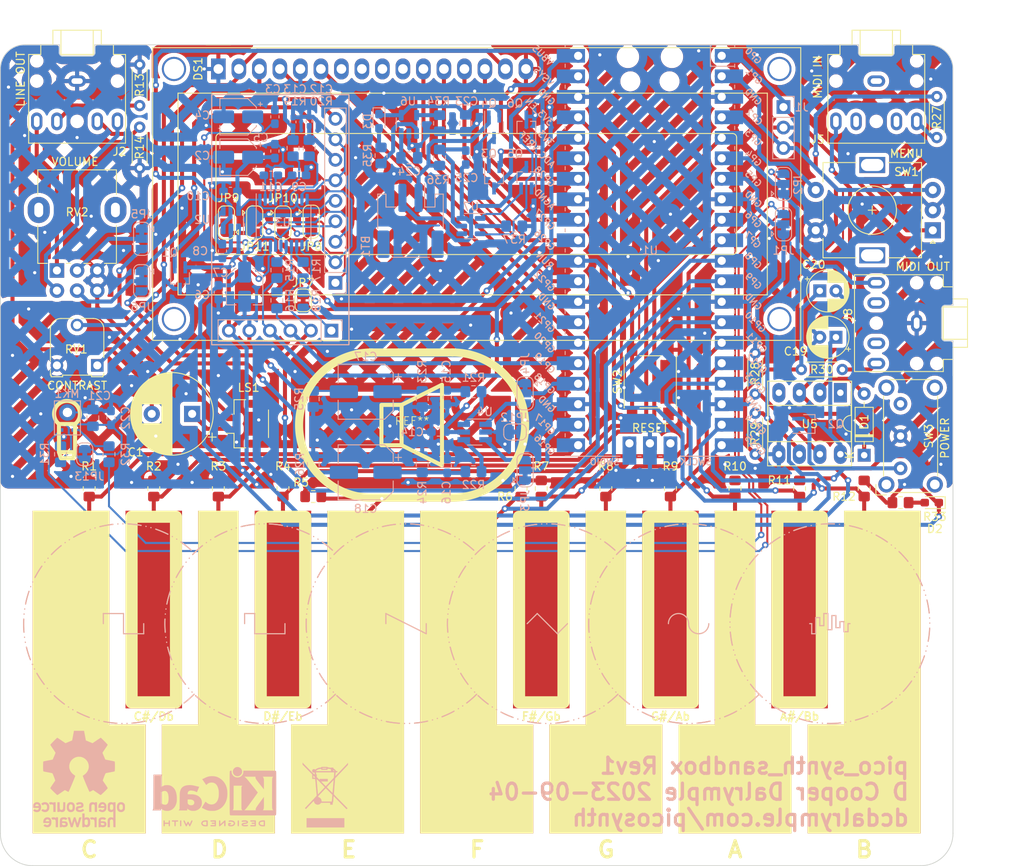
<source format=kicad_pcb>
(kicad_pcb (version 20221018) (generator pcbnew)
  (layers (0 "F.Cu" signal) (31 "B.Cu" signal) (34 "B.Paste" user) (35 "F.Paste" user) (36 "B.SilkS" user "B.Silkscreen") (37 "F.SilkS" user "F.Silkscreen") (38 "B.Mask" user) (39 "F.Mask" user) (44 "Edge.Cuts" user))
  (net 0 "")
  (net 1 "GNDD")
  (net 2 "Net-(C1-Pad2)")
  (net 3 "Net-(C1-Pad1)")
  (net 4 "PWMAR")
  (net 5 "PWMAL")
  (net 6 "GND")
  (net 7 "+3.3VA")
  (net 8 "Net-(U2-BP)")
  (net 9 "Net-(U3-VNEG)")
  (net 10 "Net-(U3-CAPP)")
  (net 11 "Net-(U3-CAPM)")
  (net 12 "GNDA")
  (net 13 "I2SAR")
  (net 14 "I2SAL")
  (net 15 "/I2S Audio/LDOO")
  (net 16 "+3.3V")
  (net 17 "Net-(C15-Pad2)")
  (net 18 "Net-(C16-Pad2)")
  (net 19 "Net-(D1-K)")
  (net 20 "Net-(D1-A)")
  (net 21 "Net-(DS1-VO)")
  (net 22 "/1602RS")
  (net 23 "/1602EN")
  (net 28 "/1602D7")
  (net 29 "/1602D6")
  (net 30 "/1602D5")
  (net 31 "/1602D4")
  (net 32 "Net-(J2-PadR)")
  (net 33 "Net-(J2-PadRN)")
  (net 34 "MIDITX")
  (net 35 "Net-(J2-PadT)")
  (net 36 "Net-(J5-PadR)")
  (net 38 "/ENCA")
  (net 39 "/ENCB")
  (net 40 "/I2S Audio/SCK")
  (net 41 "I2SCLK")
  (net 42 "I2SDAT")
  (net 43 "I2SWS")
  (net 44 "/I2S Audio/FLT")
  (net 45 "/I2S Audio/DEMP")
  (net 46 "/I2S Audio/XSMT")
  (net 47 "/I2S Audio/FMT")
  (net 48 "Net-(JP3-C)")
  (net 49 "Net-(JP4-C)")
  (net 50 "Net-(J5-PadS)")
  (net 51 "/TPAD1")
  (net 52 "/TPAD2")
  (net 53 "/TPAD3")
  (net 54 "/TPAD4")
  (net 55 "/TPAD5")
  (net 56 "/TPAD6")
  (net 57 "/TPAD7")
  (net 58 "/TPAD8")
  (net 59 "/TPAD9")
  (net 60 "/TPAD10")
  (net 61 "/TPAD11")
  (net 62 "/TPAD12")
  (net 64 "Net-(J7-Pad4)")
  (net 65 "MIDIRX")
  (net 67 "Net-(JP1-C)")
  (net 68 "Net-(JP2-C)")
  (net 69 "Net-(Q2-S)")
  (net 70 "Net-(JP5-C)")
  (net 71 "Net-(U3-LRCK)")
  (net 72 "/SWA")
  (net 73 "RUN")
  (net 75 "+BATT")
  (net 76 "-BATT")
  (net 79 "Net-(U3-DIN)")
  (net 80 "Net-(U3-BCK)")
  (net 81 "Net-(U3-OUTL)")
  (net 83 "Net-(U3-OUTR)")
  (net 84 "MICCLK")
  (net 85 "Net-(R21-Pad2)")
  (net 86 "Net-(R22-Pad2)")
  (net 87 "MICDAT")
  (net 88 "Net-(MK1-DATA)")
  (net 89 "Net-(U5-VO1)")
  (net 92 "VBUS")
  (net 93 "Net-(U7-VDD)")
  (net 94 "Net-(D2-A)")
  (net 95 "Net-(D3-A)")
  (net 96 "VSYS")
  (net 97 "VSYS&VBAT")
  (net 98 "PWR_EN")
  (net 99 "Net-(JP6-C)")
  (net 100 "Net-(JP7-B)")
  (net 101 "Net-(JP13-A)")
  (net 102 "Net-(U6-PROG)")
  (net 103 "Net-(U6-STAT)")
  (net 104 "Net-(U7-VM)")
  (net 106 "Net-(Q5-D)")
  (net 107 "Net-(DS1-LED(+))")
  (net 108 "Net-(Q5-G)")
  (net 109 "PWMDL")
  (net 110 "Net-(Q6-G)")
  (net 111 "PWMDR")
  (footprint "Resistor_THT:R_Axial_DIN0204_L3.6mm_D1.6mm_P5.08mm_Horizontal" (layer "F.Cu") (at 153.5 106.29 90)
    (fp_text reference "R28")
    (fp_text value "4.7k")
  )
  (footprint "Diode_THT:D_DO-35_SOD27_P7.62mm_Horizontal" (layer "F.Cu") (at 167 113.87 90)
    (fp_text reference "D1")
    (fp_text value "1N914")
  )
  (footprint "Resistor_THT:R_Axial_DIN0204_L3.6mm_D1.6mm_P5.08mm_Horizontal" (layer "F.Cu") (at 77.25 73.21 -90)
    (fp_text reference "R14")
    (fp_text value "10k")
  )
  (footprint "LED_SMD:LED_0603_1608Metric_Pad1.05x0.95mm_HandSolder" (layer "F.Cu") (at 175.375 119.75 180)
    (fp_text reference "D2")
    (fp_text value "PWR")
  )
  (footprint "Capacitive_Keys:CapKeysWhiteRight" (layer "F.Cu") (at 167 140.75)
    (fp_text reference "TP12")
    (fp_text value "B")
  )
  (footprint "Capacitive_Keys:CapKeysBlack" (layer "F.Cu") (at 95 133)
    (fp_text reference "TP4" hide)
    (fp_text value "D#/Eb")
  )
  (footprint "Connector_Audio:Jack_3.5mm_CUI_SJ1-3525N_Horizontal" (layer "F.Cu") (at 69.5 67.5 180)
    (fp_text reference "J2")
    (fp_text value "LINEOUT")
    (fp_line (start -2.2 3.5) (end -2.2 4.5) (stroke (width 0.12)) (layer "Edge.Cuts"))
    (fp_line (start -2.2 4.5) (end -6.5 4.5) (stroke (width 0.12)) (layer "Edge.Cuts"))
    (fp_line (start 1.8 3.1) (end -1.8 3.1) (stroke (width 0.12)) (layer "Edge.Cuts"))
    (fp_line (start 2.2 3.5) (end 2.2 4.5) (stroke (width 0.12)) (layer "Edge.Cuts"))
    (fp_line (start 2.2 4.5) (end 6.5 4.5) (stroke (width 0.12)) (layer "Edge.Cuts"))
    (fp_arc (start -2.2 3.5) (mid -2.082842 3.217158) (end -1.8 3.1) (stroke (width 0.12)) (layer "Edge.Cuts"))
    (fp_arc (start 1.8 3.1) (mid 2.082843 3.217157) (end 2.2 3.5) (stroke (width 0.12)) (layer "Edge.Cuts"))
  )
  (footprint "Jumper:SolderJumper-3_P1.3mm_Bridged12_RoundedPad1.0x1.5mm" (layer "F.Cu") (at 91.5 85.03 -90)
    (fp_text reference "JP11")
    (fp_text value "H4L")
  )
  (footprint "Resistor_SMD:R_0805_2012Metric_Pad1.20x1.40mm_HandSolder" (layer "F.Cu") (at 127 118 90)
    (fp_text reference "R7")
    (fp_text value "1M")
  )
  (footprint "Capacitive_Keys:CapKeysBlack" (layer "F.Cu") (at 143 133)
    (fp_text reference "TP9" hide)
    (fp_text value "G#/Ab")
  )
  (footprint "Connector_JST:JST_GH_SM02B-GHS-TB_1x02-1MP_P1.25mm_Horizontal" (layer "F.Cu") (at 90.65 109.975 90)
    (fp_text reference "LS1")
    (fp_text value "Speaker")
  )
  (footprint "Capacitor_THT:CP_Radial_D5.0mm_P2.00mm" (layer "F.Cu") (at 161.5 93.5)
    (fp_text reference "C20")
    (fp_text value "1uF")
  )
  (footprint "Resistor_THT:R_Axial_DIN0204_L3.6mm_D1.6mm_P5.08mm_Horizontal" (layer "F.Cu") (at 176 74.5 90)
    (fp_text reference "R27")
    (fp_text value "220")
  )
  (footprint "Capacitive_Keys:CapKeysWhiteLeft" (layer "F.Cu") (at 119 140.75)
    (fp_text reference "TP6")
    (fp_text value "F")
  )
  (footprint "Capacitive_Keys:CapKeysWhiteMiddle" (layer "F.Cu") (at 87 140.75)
    (fp_text reference "TP3")
    (fp_text value "D")
  )
  (footprint "Jumper:SolderJumper-3_P1.3mm_Bridged12_RoundedPad1.0x1.5mm" (layer "F.Cu") (at 88 85.03 90)
    (fp_text reference "JP9")
    (fp_text value "H3L")
  )
  (footprint "Capacitive_Keys:CapKeysBlack" (layer "F.Cu") (at 127 133)
    (fp_text reference "TP7" hide)
    (fp_text value "F#/Gb")
  )
  (footprint "Capacitive_Keys:CapKeysBlack" (layer "F.Cu") (at 79 133)
    (fp_text reference "TP2" hide)
    (fp_text value "C#/Db")
  )
  (footprint "Resistor_SMD:R_0805_2012Metric_Pad1.20x1.40mm_HandSolder" (layer "F.Cu") (at 135 118 90)
    (fp_text reference "R8")
    (fp_text value "1M")
  )
  (footprint "Capacitor_THT:CP_Radial_D10.0mm_P5.00mm" (layer "F.Cu") (at 83.75 108.75 180)
    (fp_text reference "C1")
    (fp_text value "220uF")
  )
  (footprint "Resistor_SMD:R_0805_2012Metric_Pad1.20x1.40mm_HandSolder" (layer "F.Cu") (at 159 118 90)
    (fp_text reference "R11")
    (fp_text value "1M")
  )
  (footprint "Rotary_Encoder:RotaryEncoder_Alps_EC11E-Switch_Vertical_H20mm" (layer "F.Cu") (at 175.5 86 180)
    (fp_text reference "SW1")
    (fp_text value "RotaryEncoder_Switch")
  )
  (footprint "Capacitive_Keys:CapKeysWhiteMiddle" (layer "F.Cu") (at 135 140.75)
    (fp_text reference "TP8")
    (fp_text value "G")
  )
  (footprint "Jumper:SolderJumper-3_P1.3mm_Bridged12_RoundedPad1.0x1.5mm" (layer "F.Cu") (at 95 85.03 -90)
    (fp_text reference "JP10")
    (fp_text value "H2L")
  )
  (footprint "Capacitive_Keys:CapKeysWhiteLeft" (layer "F.Cu") (at 71 140.75)
    (fp_text reference "TP1")
    (fp_text value "C")
  )
  (footprint "Display:WC1602A" (layer "F.Cu") (at 87 66)
    (fp_text reference "DS1")
    (fp_text value "WC1602A")
  )
  (footprint "Capacitive_Keys:MiniOvalSpeaker" (layer "F.Cu") (at 111 110.1375)
    (fp_text reference "REF**")
    (fp_text value "MiniOvalSpeaker")
  )
  (footprint "Resistor_SMD:R_0805_2012Metric_Pad1.20x1.40mm_HandSolder" (layer "F.Cu") (at 87 118 90)
    (fp_text reference "R3")
    (fp_text value "1M")
  )
  (footprint "Capacitive_Keys:CapKeysBlack" (layer "F.Cu") (at 159 133)
    (fp_text reference "TP11" hide)
    (fp_text value "A#/Bb")
  )
  (footprint "Potentiometer_THT:Potentiometer_Runtron_RM-065_Vertical" (layer "F.Cu") (at 72 102.74 180)
    (fp_text reference "RV1")
    (fp_text value "10k")
  )
  (footprint "Connector_Audio:Jack_3.5mm_CUI_SJ1-3525N_Horizontal" (layer "F.Cu") (at 168.5 67.5 180)
    (fp_text reference "J5")
    (fp_text value "MIDIIN")
    (fp_line (start -2.2 3.5) (end -2.2 4.5) (stroke (width 0.12)) (layer "Edge.Cuts"))
    (fp_line (start -2.2 4.5) (end -6.5 4.5) (stroke (width 0.12)) (layer "Edge.Cuts"))
    (fp_line (start 1.8 3.1) (end -1.8 3.1) (stroke (width 0.12)) (layer "Edge.Cuts"))
    (fp_line (start 2.2 3.5) (end 2.2 4.5) (stroke (width 0.12)) (layer "Edge.Cuts"))
    (fp_line (start 2.2 4.5) (end 6.5 4.5) (stroke (width 0.12)) (layer "Edge.Cuts"))
    (fp_arc (start -2.2 3.5) (mid -2.082842 3.217158) (end -1.8 3.1) (stroke (width 0.12)) (layer "Edge.Cuts"))
    (fp_arc (start 1.8 3.1) (mid 2.082843 3.217157) (end 2.2 3.5) (stroke (width 0.12)) (layer "Edge.Cuts"))
  )
  (footprint "Resistor_SMD:R_0805_2012Metric_Pad1.20x1.40mm_HandSolder" (layer "F.Cu") (at 79 118 90)
    (fp_text reference "R2")
    (fp_text value "1M")
  )
  (footprint "Capacitive_Keys:CapKeysWhiteRight" (layer "F.Cu") (at 103 140.75)
    (fp_text reference "TP5")
    (fp_text value "E")
  )
  (footprint "Resistor_THT:R_Axial_DIN0204_L3.6mm_D1.6mm_P5.08mm_Horizontal" (layer "F.Cu") (at 77.25 70.54 90)
    (fp_text reference "R13")
    (fp_text value "10k")
  )
  (footprint "Resistor_SMD:R_0805_2012Metric_Pad1.20x1.40mm_HandSolder" (layer "F.Cu") (at 98.75 119 180)
    (fp_text reference "R5")
    (fp_text value "1M")
  )
  (footprint "Resistor_SMD:R_0805_2012Metric_Pad1.20x1.40mm_HandSolder" (layer "F.Cu") (at 124.5 118 90)
    (fp_text reference "R6")
    (fp_text value "1M")
  )
  (footprint "Resistor_SMD:R_0805_2012Metric_Pad1.20x1.40mm_HandSolder" (layer "F.Cu") (at 71 118 90)
    (fp_text reference "R1")
    (fp_text value "1M")
  )
  (footprint "Button_Switch_THT:SW_E-Switch_EG1224_SPDT_Angled" (layer "F.Cu") (at 171.5 115.5 90)
    (fp_text reference "SW3")
    (fp_text value "PWR_EN")
  )
  (footprint "Resistor_THT:R_Axial_DIN0204_L3.6mm_D1.6mm_P5.08mm_Horizontal" (layer "F.Cu") (at 159.21 103.25)
    (fp_text reference "R30")
    (fp_text value "220")
  )
  (footprint "Connector_Audio:Jack_3.5mm_CUI_SJ1-3525N_Horizontal" (layer "F.Cu") (at 173.5 97.5 90)
    (fp_text reference "J8")
    (fp_text value "MIDIOUT")
    (fp_line (start -2.2 3.5) (end -2.2 4.5) (stroke (width 0.12)) (layer "Edge.Cuts"))
    (fp_line (start -2.2 4.5) (end -6.5 4.5) (stroke (width 0.12)) (layer "Edge.Cuts"))
    (fp_line (start 1.8 3.1) (end -1.8 3.1) (stroke (width 0.12)) (layer "Edge.Cuts"))
    (fp_line (start 2.2 3.5) (end 2.2 4.5) (stroke (width 0.12)) (layer "Edge.Cuts"))
    (fp_line (start 2.2 4.5) (end 6.5 4.5) (stroke (width 0.12)) (layer "Edge.Cuts"))
    (fp_arc (start -2.2 3.5) (mid -2.082842 3.217158) (end -1.8 3.1) (stroke (width 0.12)) (layer "Edge.Cuts"))
    (fp_arc (start 1.8 3.1) (mid 2.082843 3.217157) (end 2.2 3.5) (stroke (width 0.12)) (layer "Edge.Cuts"))
  )
  (footprint "Button_Switch_SMD:SW_Push_1P1T_NO_6x6mm_H9.5mm" (layer "F.Cu") (at 140.5 104.775 90)
    (fp_text reference "SW2")
    (fp_text value "RESET")
  )
  (footprint "Capacitive_Keys:CapKeysWhiteMiddle" (layer "F.Cu") (at 151 140.75)
    (fp_text reference "TP10")
    (fp_text value "A")
  )
  (footprint "Potentiometer_THT:Potentiometer_Alpha_RD902F-40-00D_Dual_Vertical" (layer "F.Cu") (at 67 90.975 90)
    (fp_text reference "RV2")
    (fp_text value "100k")
  )
  (footprint "Resistor_THT:R_Axial_DIN0204_L3.6mm_D1.6mm_P5.08mm_Horizontal" (layer "F.Cu") (at 153.5 113.75 90)
    (fp_text reference "R29")
    (fp_text value "470")
  )
  (footprint "Resistor_SMD:R_0805_2012Metric_Pad1.20x1.40mm_HandSolder" (layer "F.Cu") (at 171.5 119.75 180)
    (fp_text reference "R33")
    (fp_text value "1k")
  )
  (footprint "Resistor_SMD:R_0805_2012Metric_Pad1.20x1.40mm_HandSolder" (layer "F.Cu") (at 151 118 90)
    (fp_text reference "R10")
    (fp_text value "1M")
  )
  (footprint "Jumper:SolderJumper-3_P1.3mm_Bridged12_RoundedPad1.0x1.5mm" (layer "F.Cu") (at 98.5 84.93 -90)
    (fp_text reference "JP8")
    (fp_text value "H1L")
  )
  (footprint "Capacitor_THT:CP_Radial_D5.0mm_P2.00mm" (layer "F.Cu") (at 163.5 99.25 180)
    (fp_text reference "C19")
    (fp_text value "1uF")
  )
  (footprint "Resistor_SMD:R_0805_2012Metric_Pad1.20x1.40mm_HandSolder" (layer "F.Cu") (at 167 118 90)
    (fp_text reference "R12")
    (fp_text value "1M")
  )
  (footprint "Resistor_SMD:R_0805_2012Metric_Pad1.20x1.40mm_HandSolder" (layer "F.Cu") (at 143 118 90)
    (fp_text reference "R9")
    (fp_text value "1M")
  )
  (footprint "Resistor_SMD:R_0805_2012Metric_Pad1.20x1.40mm_HandSolder" (layer "F.Cu") (at 95 118 90)
    (fp_text reference "R4")
    (fp_text value "1M")
  )
  (footprint "Jumper:SolderJumper-2_P1.3mm_Bridged_RoundedPad1.0x1.5mm" (layer "F.Cu") (at 97.5 94.68 90)
    (fp_text reference "JP7")
    (fp_text value "SCK")
  )
  (footprint "Package_DIP:DIP-8_W7.62mm_Socket_LongPads" (layer "F.Cu") (at 164.05 106.13 -90)
    (fp_text reference "U5")
    (fp_text value "6N138")
  )
  (footprint "Capacitor_SMD:CP_Elec_4x5.4" (layer "B.Cu") (at 89.45 71.93 180)
    (fp_text reference "C4")
    (fp_text value "10uF")
  )
  (footprint "Jumper:SolderJumper-3_P1.3mm_Bridged12_RoundedPad1.0x1.5mm" (layer "B.Cu") (at 125 115.75 90)
    (fp_text reference "JP3")
    (fp_text value "I2SPWML")
  )
  (footprint "Resistor_SMD:R_0805_2012Metric_Pad1.20x1.40mm_HandSolder" (layer "B.Cu") (at 112.25 106.9 90)
    (fp_text reference "R23")
    (fp_text value "100")
  )
  (footprint "Capacitor_SMD:CP_Elec_6.3x5.7" (layer "B.Cu") (at 105.25 116 180)
    (fp_text reference "C18")
    (fp_text value "47uF")
  )
  (footprint "Package_TO_SOT_SMD:SOT-23-6" (layer "B.Cu") (at 118.2875 85.475 180)
    (fp_text reference "U7")
    (fp_text value "AP9101CK6")
  )
  (footprint "Symbol:WEEE-Logo_5.6x8mm_SilkScreen" (layer "B.Cu") (at 100.25 156 180)
    (fp_text reference "REF**" hide)
    (fp_text value "WEEE-Logo_5.6x8mm_SilkScreen" hide)
  )
  (footprint "Resistor_SMD:R_0805_2012Metric_Pad1.20x1.40mm_HandSolder" (layer "B.Cu") (at 112.25 115 -90)
    (fp_text reference "R24")
    (fp_text value "100")
  )
  (footprint "Resistor_SMD:R_0805_2012Metric_Pad1.20x1.40mm_HandSolder" (layer "B.Cu") (at 96.25 75.815 -90)
    (fp_text reference "R19")
    (fp_text value "470")
  )
  (footprint "Capacitor_SMD:C_0805_2012Metric_Pad1.18x1.45mm_HandSolder" (layer "B.Cu") (at 117.65 72.725 -90)
    (fp_text reference "C23")
    (fp_text value "10uF")
  )
  (footprint "Capacitor_SMD:CP_Elec_6.3x5.7" (layer "B.Cu") (at 105.25 106 180)
    (fp_text reference "C17")
    (fp_text value "47uF")
  )
  (footprint "Resistor_SMD:R_0805_2012Metric_Pad1.20x1.40mm_HandSolder" (layer "B.Cu") (at 67.45 113.75 90)
    (fp_text reference "R31")
    (fp_text value "10k")
  )
  (footprint "Resistor_SMD:R_0805_2012Metric_Pad1.20x1.40mm_HandSolder" (layer "B.Cu") (at 94.25 90.93 90)
    (fp_text reference "R15")
    (fp_text value "22")
  )
  (footprint "Symbol:OSHW-Logo_11.4x12mm_SilkScreen" (layer "B.Cu") (at 69.75 154 180)
    (fp_text reference "REF**" hide)
    (fp_text value "OSHW-Logo_11.4x12mm_SilkScreen" hide)
  )
  (footprint "Capacitor_SMD:CP_Elec_4x5.4" (layer "B.Cu") (at 90.25 92.98 -90)
    (fp_text reference "C7")
    (fp_text value "10uF")
  )
  (footprint "Capacitor_SMD:C_0402_1005Metric_Pad0.74x0.62mm_HandSolder" (layer "B.Cu") (at 98.25 72.4975 90)
    (fp_text reference "C12")
    (fp_text value "2.2nF")
  )
  (footprint "Package_TO_SOT_SMD:SOT-323_SC-70_Handsoldering" (layer "B.Cu") (at 125.15 79.475 90)
    (fp_text reference "Q5")
    (fp_text value "NMOS")
  )
  (footprint "Package_TO_SOT_SMD:SOT-323_SC-70_Handsoldering" (layer "B.Cu") (at 125.15 73.225 90)
    (fp_text reference "Q6")
    (fp_text value "NMOS")
  )
  (footprint "Capacitor_SMD:C_0603_1608Metric_Pad1.08x0.95mm_HandSolder" (layer "B.Cu") (at 97 79.18)
    (fp_text reference "C9")
    (fp_text value "2.2uF")
  )
  (footprint "Capacitor_SMD:C_0603_1608Metric_Pad1.08x0.95mm_HandSolder" (layer "B.Cu") (at 88.5 81.18 180)
    (fp_text reference "C10")
    (fp_text value "2.2uF")
  )
  (footprint "Connector_JST:JST_PH_S2B-PH-SM4-TB_1x02-1MP_P2.00mm_Horizontal" (layer "B.Cu") (at 110.8 84.825 180)
    (fp_text reference "BT1")
    (fp_text value "LiPo Battery")
  )
  (footprint "Resistor_SMD:R_0805_2012Metric_Pad1.20x1.40mm_HandSolder" (layer "B.Cu") (at 98.75 106.9 90)
    (fp_text reference "R25")
    (fp_text value "1.8k")
  )
  (footprint "Resistor_SMD:R_0805_2012Metric_Pad1.20x1.40mm_HandSolder" (layer "B.Cu") (at 97.5 94.68 90)
    (fp_text reference "R18")
    (fp_text value "22")
  )
  (footprint "Package_TO_SOT_SMD:SOT-23-6_Handsoldering" (layer "B.Cu") (at 118.75 111 180)
    (fp_text reference "U4")
    (fp_text value "74AUC2G34")
  )
  (footprint "Capacitor_SMD:C_0603_1608Metric_Pad1.08x0.95mm_HandSolder" (layer "B.Cu") (at 115.35 115.2 -90)
    (fp_text reference "C16")
    (fp_text value "0.1uF")
  )
  (footprint "MCU_RaspberryPi_and_Boards:RPi_Pico_SMD_TH" (layer "B.Cu") (at 140.46 88.5 180)
    (fp_text reference "U1")
    (fp_text value "Pico")
  )
  (footprint "Capacitor_SMD:C_0603_1608Metric_Pad1.08x0.95mm_HandSolder" (layer "B.Cu") (at 117.65 76.975 -90)
    (fp_text reference "C25")
    (fp_text value "0.1uF")
  )
  (footprint "Capacitor_SMD:C_0603_1608Metric_Pad1.08x0.95mm_HandSolder" (layer "B.Cu") (at 94 71.93 90)
    (fp_text reference "C3")
    (fp_text value "0.1uF")
  )
  (footprint "Resistor_SMD:R_0805_2012Metric_Pad1.20x1.40mm_HandSolder" (layer "B.Cu") (at 123.65 85.475)
    (fp_text reference "R37")
    (fp_text value "2.7k")
  )
  (footprint "Package_TO_SOT_SMD:SOT-23-5" (layer "B.Cu") (at 88.55 84.68 90)
    (fp_text reference "U2")
    (fp_text value "MIC5219-3.3YM5")
  )
  (footprint "Capacitor_SMD:C_0603_1608Metric_Pad1.08x0.95mm_HandSolder" (layer "B.Cu") (at 93.5 79.18)
    (fp_text reference "C11")
    (fp_text value "2.2uF")
  )
  (footprint "Capacitor_SMD:CP_Elec_4x5.4" (layer "B.Cu") (at 89.45 76.93 180)
    (fp_text reference "C2")
    (fp_text value "10uF")
  )
  (footprint "Capacitor_SMD:C_0603_1608Metric_Pad1.08x0.95mm_HandSolder" (layer "B.Cu") (at 114.25 111 180)
    (fp_text reference "C14")
    (fp_text value "0.1uF")
  )
  (footprint "Resistor_SMD:R_0805_2012Metric_Pad1.20x1.40mm_HandSolder" (layer "B.Cu") (at 98.25 75.815 -90)
    (fp_text reference "R20")
    (fp_text value "470")
  )
  (footprint "Sensor_Audio:Infineon_PG-LLGA-5-1" (layer "B.Cu") (at 68.3 109.25 90)
    (fp_text reference "MK1")
    (fp_text value "IM69D130")
  )
  (footprint "Resistor_SMD:R_0805_2012Metric_Pad1.20x1.40mm_HandSolder" (layer "B.Cu") (at 73.45 113.75 -90)
    (fp_text reference "R32")
    (fp_text value "100")
  )
  (footprint "Jumper:SolderJumper-3_P1.3mm_Bridged12_RoundedPad1.0x1.5mm" (layer "B.Cu") (at 77.5 87.05 -90)
    (fp_text reference "JP5")
    (fp_text value "ALJP")
  )
  (footprint "Jumper:SolderJumper-3_P1.3mm_Bridged12_RoundedPad1.0x1.5mm" (layer "B.Cu") (at 125 106.2 -90)
    (fp_text reference "JP4")
    (fp_text value "I2SPWMR")
  )
  (footprint "Jumper:SolderJumper-3_P1.3mm_Bridged12_RoundedPad1.0x1.5mm" (layer "B.Cu") (at 77.5 92.3 -90)
    (fp_text reference "JP6")
    (fp_text value "ARJP")
  )
  (footprint "Resistor_SMD:R_0805_2012Metric_Pad1.20x1.40mm_HandSolder" (layer "B.Cu") (at 114.4 72.725 -90)
    (fp_text reference "R34")
    (fp_text value "4.7k")
  )
  (footprint "Capacitor_SMD:C_0603_1608Metric_Pad1.08x0.95mm_HandSolder" (layer "B.Cu") (at 87 93.68 -90)
    (fp_text reference "C6")
    (fp_text value "0.1uF")
  )
  (footprint "Connector_PinSocket_2.54mm:PinSocket_1x09_P2.54mm_Vertical" (layer "B.Cu") (at 101.5 92.5)
    (fp_text reference "J4" hide)
    (fp_text value "A-BUS")
  )
  (footprint "Capacitor_SMD:C_0603_1608Metric_Pad1.08x0.95mm_HandSolder" (layer "B.Cu") (at 87.5 88.5675 -90)
    (fp_text reference "C8")
    (fp_text value "470pF")
  )
  (footprint "Capacitor_SMD:C_0603_1608Metric_Pad1.08x0.95mm_HandSolder" (layer "B.Cu") (at 115.35 106.7 90)
    (fp_text reference "C15")
    (fp_text value "0.1uF")
  )
  (footprint "Resistor_SMD:R_0805_2012Metric_Pad1.20x1.40mm_HandSolder" (layer "B.Cu") (at 98.75 115 -90)
    (fp_text reference "R26")
    (fp_text value "1.8k")
  )
  (footprint "Resistor_SMD:R_0805_2012Metric_Pad1.20x1.40mm_HandSolder" (layer "B.Cu") (at 94.25 94.68 90)
    (fp_text reference "R16")
    (fp_text value "22")
  )
  (footprint "Jumper:SolderJumper-3_P1.3mm_Bridged12_RoundedPad1.0x1.5mm" (layer "B.Cu") (at 157 85.25 90)
    (fp_text reference "JP1")
    (fp_text value "PDMDAT")
  )
  (footprint "Resistor_SMD:R_0805_2012Metric_Pad1.20x1.40mm_HandSolder" (layer "B.Cu") (at 118.6 115.9)
    (fp_text reference "R22")
    (fp_text value "220")
  )
  (footprint "Resistor_SMD:R_0805_2012Metric_Pad1.20x1.40mm_HandSolder" (layer "B.Cu") (at 97.5 90.93 90)
    (fp_text reference "R17")
    (fp_text value "22")
  )
  (footprint "Resistor_SMD:R_0805_2012Metric_Pad1.20x1.40mm_HandSolder" (layer "B.Cu") (at 114.4 76.975 90)
    (fp_text reference "R36")
    (fp_text value "330")
  )
  (footprint "Capacitor_SMD:C_0603_1608Metric_Pad1.08x0.95mm_HandSolder" (layer "B.Cu") (at 73.7 109.25 90)
    (fp_text reference "C22")
    (fp_text value "0.1uF")
  )
  (footprint "Package_SO:TSSOP-20_4.4x6.5mm_P0.65mm" (layer "B.Cu") (at 95.075 85.0675 -90)
    (fp_text reference "U3")
    (fp_text value "PCM5102A")
  )
  (footprint "Jumper:SolderJumper-2_P1.3mm_Bridged_RoundedPad1.0x1.5mm" (layer "B.Cu") (at 123.75 111 180)
    (fp_text reference "JP12")
    (fp_text value "SolderJumper_2_Bridged")
  )
  (footprint "Capacitor_SMD:C_0805_2012Metric_Pad1.18x1.45mm_HandSolder" (layer "B.Cu") (at 110.65 77.0125)
    (fp_text reference "C24")
    (fp_text value "10uF")
  )
  (footprint "Package_TO_SOT_SMD:SOT-323_SC-70_Handsoldering" (layer "B.Cu") (at 121.15 79.475 -90)
    (fp_text reference "Q3")
    (fp_text value "NMOS")
  )
  (footprint "Capacitor_SMD:C_0603_1608Metric_Pad1.08x0.95mm_HandSolder" (layer "B.Cu") (at 94 76.18 90)
    (fp_text reference "C5")
    (fp_text value "0.1uF")
  )
  (footprint "Symbol:KiCad-Logo2_6mm_SilkScreen" (layer "B.Cu") (at 86.507487 155.5 180)
    (fp_text reference "REF**" hide)
    (fp_text value "KiCad-Logo2_6mm_SilkScreen" hide)
  )
  (footprint "Capacitor_SMD:C_0402_1005Metric_Pad0.74x0.62mm_HandSolder" (layer "B.Cu") (at 96.25 72.565 90)
    (fp_text reference "C13")
    (fp_text value "2.2nF")
  )
  (footprint "Package_TO_SOT_SMD:SOT-23-5" (layer "B.Cu") (at 110.6 72.8625 90)
    (fp_text reference "U6")
    (fp_text value "MCP73831-5-OT")
  )
  (footprint "Package_TO_SOT_SMD:SOT-323_SC-70_Handsoldering" (layer "B.Cu") (at 160.17 110)
    (fp_text reference "Q2")
    (fp_text value "NMOS")
  )
  (footprint "LED_SMD:LED_0603_1608Metric_Pad1.05x0.95mm_HandSolder" (layer "B.Cu") (at 106.9 72.475 -90)
    (fp_text reference "D3")
    (fp_text value "CHRG")
  )
  (footprint "Package_TO_SOT_SMD:SOT-323_SC-70_Handsoldering" (layer "B.Cu") (at 121.15 73.225 -90)
    (fp_text reference "Q4")
    (fp_text value "PMOS")
  )
  (footprint "Connector_PinSocket_2.54mm:PinSocket_1x06_P2.54mm_Vertical" (layer "B.Cu") (at 101 98.43 90)
    (fp_text reference "J3" hide)
    (fp_text value "M-BUS")
  )
  (footprint "Jumper:SolderJumper-3_P1.3mm_Bridged12_RoundedPad1.0x1.5mm" (layer "B.Cu") (at 157 80.25 90)
    (fp_text reference "JP2")
    (fp_text value "PDMCLK")
  )
  (footprint "Capacitor_SMD:C_0805_2012Metric_Pad1.18x1.45mm_HandSolder" (layer "B.Cu") (at 71.45 109.25 90)
    (fp_text reference "C21")
    (fp_text value "10uF")
  )
  (footprint "Resistor_SMD:R_0805_2012Metric_Pad1.20x1.40mm_HandSolder" (layer "B.Cu") (at 107.15 76.725 -90)
    (fp_text reference "R35")
    (fp_text value "1k")
  )
  (footprint "Resistor_SMD:R_0805_2012Metric_Pad1.20x1.40mm_HandSolder" (layer "B.Cu") (at 118.6 106)
    (fp_text reference "R21")
    (fp_text value "220")
  )
  (footprint "Package_TO_SOT_SMD:SOT-323_SC-70_Handsoldering" (layer "B.Cu") (at 82.25 91.92 -90)
    (fp_text reference "Q1")
    (fp_text value "NMOS")
  )
  (footprint "Connector_PinHeader_2.54mm:PinHeader_1x03_P2.54mm_Vertical" (layer "B.Cu") (at 157 70.725 180)
    (fp_text reference "J1")
    (fp_text value "UART0")
  )
  (footprint "Jumper:SolderJumper-2_P1.3mm_Bridged_RoundedPad1.0x1.5mm" (layer "B.Cu") (at 70.45 113.75 90)
    (fp_text reference "JP13")
    (fp_text value "PDMSEL")
  )
  (gr_line (start 164.5 135.75) (end 165 135.75) (stroke (width 0.15)) (layer "B.SilkS"))
  (gr_line (start 125.25 134.75) (end 126.5 133.5) (stroke (width 0.15)) (layer "B.SilkS"))
  (gr_line (start 129 136) (end 130.25 134.75) (stroke (width 0.15)) (layer "B.SilkS"))
  (gr_line (start 75.25 133.5) (end 75.25 136) (stroke (width 0.15)) (layer "B.SilkS"))
  (gr_line (start 160.5 134.75) (end 160.5 136) (stroke (width 0.15)) (layer "B.SilkS"))
  (gr_line (start 165 135.75) (end 165 134.75) (stroke (width 0.15)) (layer "B.SilkS"))
  (gr_line (start 95.25 136) (end 95.25 134.75) (stroke (width 0.15)) (layer "B.SilkS"))
  (gr_arc (start 84 143.5) (mid 62.875631 134.75) (end 84 126) (stroke (width 0.15) (type dash_dot_dot)) (layer "B.SilkS"))
  (gr_line (start 72.75 134.75) (end 72.75 133.5) (stroke (width 0.15)) (layer "B.SilkS"))
  (gr_line (start 91.5 133.5) (end 91.5 136) (stroke (width 0.15)) (layer "B.SilkS"))
  (gr_line (start 164.5 134.5) (end 164.5 135.75) (stroke (width 0.15)) (layer "B.SilkS"))
  (gr_line (start 161.5 135) (end 162 135) (stroke (width 0.15)) (layer "B.SilkS"))
  (gr_line (start 165 134.75) (end 165.25 134.75) (stroke (width 0.15)) (layer "B.SilkS"))
  (gr_line (start 75.25 136) (end 77.75 136) (stroke (width 0.15)) (layer "B.SilkS"))
  (gr_line (start 162.5 133.5) (end 162.5 135.5) (stroke (width 0.15)) (layer "B.SilkS"))
  (gr_line (start 164 134.5) (end 164.5 134.5) (stroke (width 0.15)) (layer "B.SilkS"))
  (gr_line (start 77.75 136) (end 77.75 134.75) (stroke (width 0.15)) (layer "B.SilkS"))
  (gr_arc (start 136.5 143.5) (mid 115.375631 134.75) (end 136.5 126) (stroke (width 0.15) (type dash_dot_dot)) (layer "B.SilkS"))
  (gr_line (start 161.5 134) (end 161.5 135) (stroke (width 0.15)) (layer "B.SilkS"))
  (gr_arc (start 101.5 143.5) (mid 80.375631 134.75) (end 101.5 126) (stroke (width 0.15) (type dash_dot_dot)) (layer "B.SilkS"))
  (gr_line (start 162 135) (end 162 133.5) (stroke (width 0.15)) (layer "B.SilkS"))
  (gr_arc (start 154 143.5) (mid 171.5 126) (end 154 143.5) (stroke (width 0.15) (type dash_dot_dot)) (layer "B.SilkS"))
  (gr_line (start 162.5 135.5) (end 163 135.5) (stroke (width 0.15)) (layer "B.SilkS"))
  (gr_line (start 107.75 134.75) (end 107.75 133.5) (stroke (width 0.15)) (layer "B.SilkS"))
  (gr_line (start 164 135.25) (end 164 134.5) (stroke (width 0.15)) (layer "B.SilkS"))
  (gr_line (start 161 136) (end 161 134) (stroke (width 0.15)) (layer "B.SilkS"))
  (gr_line (start 163.5 135.25) (end 164 135.25) (stroke (width 0.15)) (layer "B.SilkS"))
  (gr_arc (start 147.75 134.75) (mid 146.5 136) (end 145.25 134.75) (stroke (width 0.15)) (layer "B.SilkS"))
  (gr_line (start 107.75 133.5) (end 112.75 136) (stroke (width 0.15)) (layer "B.SilkS"))
  (gr_arc (start 142.75 134.75) (mid 144 133.5) (end 145.25 134.75) (stroke (width 0.15)) (layer "B.SilkS"))
  (gr_line (start 163.5 133.75) (end 163.5 135.25) (stroke (width 0.15)) (layer "B.SilkS"))
  (gr_rect (start 86.175 69.18) (end 103.175 100.18) (stroke (width 0.15)) (fill none) (layer "B.SilkS"))
  (gr_line (start 90.25 134.75) (end 90.25 133.5) (stroke (width 0.15)) (layer "B.SilkS"))
  (gr_line (start 90.25 133.5) (end 91.5 133.5) (stroke (width 0.15)) (layer "B.SilkS"))
  (gr_line (start 162 133.5) (end 162.5 133.5) (stroke (width 0.15)) (layer "B.SilkS"))
  (gr_line (start 161 134) (end 161.5 134) (stroke (width 0.15)) (layer "B.SilkS"))
  (gr_arc (start 154 143.5) (mid 132.875631 134.75) (end 154 126) (stroke (width 0.15) (type dash_dot_dot)) (layer "B.SilkS"))
  (gr_line (start 112.75 136) (end 112.75 134.75) (stroke (width 0.15)) (layer "B.SilkS"))
  (gr_line (start 91.5 136) (end 95.25 136) (stroke (width 0.15)) (layer "B.SilkS"))
  (gr_line (start 163 135.5) (end 163 133.75) (stroke (width 0.15)) (layer "B.SilkS"))
  (gr_arc (start 119 143.5) (mid 97.875631 134.75) (end 119 126) (stroke (width 0.15) (type dash_dot_dot)) (layer "B.SilkS"))
  (gr_line (start 163 133.75) (end 163.5 133.75) (stroke (width 0.15)) (layer "B.SilkS"))
  (gr_line (start 160.5 136) (end 161 136) (stroke (width 0.15)) (layer "B.SilkS"))
  (gr_line (start 72.75 133.5) (end 75.25 133.5) (stroke (width 0.15)) (layer "B.SilkS"))
  (gr_line (start 126.5 133.5) (end 129 136) (stroke (width 0.15)) (layer "B.SilkS"))
  (gr_line (start 160.25 134.75) (end 160.5 134.75) (stroke (width 0.15)) (layer "B.SilkS"))
  (gr_arc (start 67.25 110) (mid 68.25 107.149219) (end 69.25 110) (stroke (width 0.5)) (layer "F.SilkS"))
  (gr_poly (pts (xy 67.25 113.5) (xy 67.5 114.25) (xy 69 114.25) (xy 69.25 113.5)) (stroke (width 0.5)) (fill none) (layer "F.SilkS"))
  (gr_rect (start 67.25 110) (end 69.25 113.5) (stroke (width 0.5)) (fill none) (layer "F.SilkS"))
  (gr_arc (start 60 66) (mid 60.87868 63.87868) (end 63 63) (stroke (width 0.1)) (layer "Edge.Cuts"))
  (gr_arc (start 175.000001 62.999999) (mid 177.121321 63.878679) (end 178.000001 65.999999) (stroke (width 0.1)) (layer "Edge.Cuts"))
  (gr_arc (start 64 164.75) (mid 61.171573 163.578427) (end 60 160.75) (stroke (width 0.1)) (layer "Edge.Cuts"))
  (gr_line (start 178.000001 65.999999) (end 178 91) (stroke (width 0.1)) (layer "Edge.Cuts"))
  (gr_line (start 76 63) (end 162 63) (stroke (width 0.1)) (layer "Edge.Cuts"))
  (gr_line (start 60 160.75) (end 60 66) (stroke (width 0.1)) (layer "Edge.Cuts"))
  (gr_arc (start 178 160.75) (mid 176.828427 163.578427) (end 174 164.75) (stroke (width 0.1)) (layer "Edge.Cuts"))
  (gr_line (start 174 164.75) (end 64 164.75) (stroke (width 0.1)) (layer "Edge.Cuts"))
  (gr_line (start 178 104) (end 178 160.75) (stroke (width 0.1)) (layer "Edge.Cuts"))
  (gr_text "pico_synth_sandbox Rev1\nD Cooper Dalrymple 2023-09-04\ndcdalrymple.com/picosynth" (at 172.75 160) (layer "B.SilkS") (effects (font (size 2 2) (thickness 0.4) bold) (justify left bottom mirror)))
  (gr_text "MIDI OUT" (at 174.25 90.5) (layer "F.SilkS") (effects (font (size 1 1))))
  (gr_text "E" (at 103.15873 162.75) (layer "F.SilkS") (effects (font (size 2 2) (thickness 0.4) bold)))
  (gr_text "POWER" (at 177 111.75 90) (layer "F.SilkS") (effects (font (size 1 1))))
  (gr_text "G#/Ab" (at 143 146.25) (layer "F.SilkS") (effects (font (size 1 1) (thickness 0.2) bold)))
  (gr_text "A#/Bb" (at 159 146.25) (layer "F.SilkS") (effects (font (size 1 1) (thickness 0.2) bold)))
  (gr_text "C#/Db" (at 79 146.25) (layer "F.SilkS") (effects (font (size 1 1) (thickness 0.2) bold)))
  (gr_text "B" (at 167 162.75) (layer "F.SilkS") (effects (font (size 2 2) (thickness 0.4) bold)))
  (gr_text "LINE OUT" (at 62.5 67.25 90) (layer "F.SilkS") (effects (font (size 1 1))))
  (gr_text "MENU" (at 172.25 76.5) (layer "F.SilkS") (effects (font (size 1 1))))
  (gr_text "C" (at 71 162.75) (layer "F.SilkS") (effects (font (size 2 2) (thickness 0.4) bold)))
  (gr_text "VOLUME" (at 69.25 77.5) (layer "F.SilkS") (effects (font (size 1 1))))
  (gr_text "MIDI IN" (at 161.25 67 90) (layer "F.SilkS") (effects (font (size 1 1))))
  (gr_text "G" (at 135.031746 162.75) (layer "F.SilkS") (effects (font (size 2 2) (thickness 0.4) bold)))
  (gr_text "D" (at 87.126984 162.75) (layer "F.SilkS") (effects (font (size 2 2) (thickness 0.4) bold)))
  (gr_text "A" (at 151.015873 162.75) (layer "F.SilkS") (effects (font (size 2 2) (thickness 0.4) bold)))
  (gr_text "RESET" (at 140.5 110.5) (layer "F.SilkS") (effects (font (size 1 1))))
  (gr_text "F#/Gb" (at 127 146.25) (layer "F.SilkS") (effects (font (size 1 1) (thickness 0.2) bold)))
  (gr_text "D#/Eb" (at 95 146.25) (layer "F.SilkS") (effects (font (size 1 1) (thickness 0.2) bold)))
  (gr_text "F" (at 119.047619 162.75) (layer "F.SilkS") (effects (font (size 2 2) (thickness 0.4) bold)))
  (gr_text "CONTRAST" (at 69.5 105.25) (layer "F.SilkS") (effects (font (size 1 1))))
  (via (at 114.25 112.5) (size 0.8) (drill 0.4) (layers "F.Cu" "B.Cu") (net 1))
  (via (at 122.5 109.5) (size 0.8) (drill 0.4) (layers "F.Cu" "B.Cu") (net 1))
  (via (at 103.5 108.25) (size 0.8) (drill 0.4) (layers "F.Cu" "B.Cu") (net 1))
  (via (at 99.25 112) (size 0.8) (drill 0.4) (layers "F.Cu" "B.Cu") (net 1))
  (via (at 108.25 110.25) (size 0.8) (drill 0.4) (layers "F.Cu" "B.Cu") (net 1))
  (via (at 122.5 112.5) (size 0.8) (drill 0.4) (layers "F.Cu" "B.Cu") (net 1))
  (segment (start 61.5 97.75) (end 61.5 73) (width 0.5) (layer "F.Cu") (net 2))
  (segment (start 68.96 70.54) (end 69.5 70.54) (width 0.5) (layer "F.Cu") (net 2))
  (segment (start 67 72.5) (end 68.96 70.54) (width 0.5) (layer "F.Cu") (net 2))
  (segment (start 78.75 108.75) (end 78.75 105.75) (width 0.5) (layer "F.Cu") (net 2))
  (segment (start 64.5 100.75) (end 61.5 97.75) (width 0.5) (layer "F.Cu") (net 2))
  (segment (start 69.5 70.54) (end 77.25 70.54) (width 0.5) (layer "F.Cu") (net 2))
  (segment (start 61.5 73) (end 63.96 70.54) (width 0.5) (layer "F.Cu") (net 2))
  (segment (start 63.96 70.54) (end 69.5 70.54) (width 0.5) (layer "F.Cu") (net 2))
  (segment (start 78.75 105.75) (end 73.75 100.75) (width 0.5) (layer "F.Cu") (net 2))
  (segment (start 73.75 100.75) (end 64.5 100.75) (width 0.5) (layer "F.Cu") (net 2))
  (segment (start 83.75 108.75) (end 85.6 110.6) (width 0.5) (layer "F.Cu") (net 3))
  (segment (start 85.6 110.6) (end 88.8 110.6) (width 0.5) (layer "F.Cu") (net 3))
  (segment (start 82.25 101.5) (end 75.75 95) (width 0.5) (layer "F.Cu") (net 4))
  (segment (start 92.25 101.5) (end 82.25 101.5) (width 0.5) (layer "F.Cu") (net 4))
  (segment (start 93.5 102.75) (end 92.25 101.5) (width 0.5) (layer "F.Cu") (net 4))
  (via (at 75.75 95) (size 0.8) (drill 0.4) (layers "F.Cu" "B.Cu") (net 4))
  (via (at 93.5 102.75) (size 0.8) (drill 0.4) (layers "F.Cu" "B.Cu") (net 4))
  (segment (start 101.086827 106) (end 100.986827 105.9) (width 0.25) (layer "B.Cu") (net 4))
  (segment (start 94.25 103.5) (end 93.5 102.75) (width 0.5) (layer "B.Cu") (net 4))
  (segment (start 94.25 103.5) (end 96.65 105.9) (width 0.5) (layer "B.Cu") (net 4))
  (segment (start 77.15 93.6) (end 75.75 95) (width 0.5) (layer "B.Cu") (net 4))
  (segment (start 77.5 93.6) (end 77.15 93.6) (width 0.5) (layer "B.Cu") (net 4))
  (segment (start 102.55 106) (end 101.086827 106) (width 0.25) (layer "B.Cu") (net 4))
  (segment (start 100.986827 105.9) (end 98.75 105.9) (width 0.25) (layer "B.Cu") (net 4))
  (segment (start 96.65 105.9) (end 98.75 105.9) (width 0.5) (layer "B.Cu") (net 4))
  (segment (start 81.25 102.5) (end 90.5 102.5) (width 0.5) (layer "F.Cu") (net 5))
  (segment (start 74.75 96) (end 81.25 102.5) (width 0.5) (layer "F.Cu") (net 5))
  (segment (start 90.5 102.5) (end 92.5 104.5) (width 0.5) (layer "F.Cu") (net 5))
  (segment (start 74.75 91) (end 74.75 96) (width 0.5) (layer "F.Cu") (net 5))
  (via (at 74.75 91) (size 0.8) (drill 0.4) (layers "F.Cu" "B.Cu") (net 5))
  (via (at 92.5 104.5) (size 0.8) (drill 0.4) (layers "F.Cu" "B.Cu") (net 5))
  (segment (start 77.4 88.35) (end 74.75 91) (width 0.5) (layer "B.Cu") (net 5))
  (segment (start 77.5 88.35) (end 77.4 88.35) (width 0.5) (layer "B.Cu") (net 5))
  (segment (start 96.5 113.75) (end 98.75 116) (width 0.5) (layer "B.Cu") (net 5))
  (segment (start 98.75 116) (end 102.55 116) (width 0.5) (layer "B.Cu") (net 5))
  (segment (start 92.5 104.5) (end 96.5 108.5) (width 0.5) (layer "B.Cu") (net 5))
  (segment (start 96.5 108.5) (end 96.5 113.75) (width 0.5) (layer "B.Cu") (net 5))
  (segment (start 170.5 119.75) (end 169.75 119.75) (width 0.5) (layer "F.Cu") (net 6))
  (segment (start 170.5 119) (end 171.25 118.25) (width 0.5) (layer "F.Cu") (net 6))
  (segment (start 97.75 119) (end 97.75 118.25) (width 0.5) (layer "F.Cu") (net 6))
  (segment (start 169.75 119.75) (end 167 117) (width 0.5) (layer "F.Cu") (net 6))
  (segment (start 171.25 118.25) (end 172 117.5) (width 0.5) (layer "F.Cu") (net 6))
  (segment (start 97.75 118.25) (end 98.5 117.5) (width 0.5) (layer "F.Cu") (net 6))
  (segment (start 170.5 119.75) (end 170.5 119) (width 0.5) (layer "F.Cu") (net 6))
  (segment (start 127 117) (end 124.5 117) (width 0.5) (layer "F.Cu") (net 6))
  (via (at 136.8495 109.25) (size 0.8) (drill 0.4) (layers "F.Cu" "B.Cu") (net 6))
  (via (at 141.5 89.75) (size 0.8) (drill 0.4) (layers "F.Cu" "B.Cu") (net 6))
  (via (at 136.25 115.75) (size 0.8) (drill 0.4) (layers "F.Cu" "B.Cu") (net 6))
  (via (at 63.5 95.75) (size 0.8) (drill 0.4) (layers "F.Cu" "B.Cu") (net 6))
  (via (at 165 76.5) (size 0.8) (drill 0.4) (layers "F.Cu" "B.Cu") (net 6))
  (via (at 153.75 64.25) (size 0.8) (drill 0.4) (layers "F.Cu" "B.Cu") (net 6))
  (via (at 70.5 106.75) (size 0.8) (drill 0.4) (layers "F.Cu" "B.Cu") (net 6))
  (via (at 92 109.5) (size 0.8) (drill 0.4) (layers "F.Cu" "B.Cu") (net 6))
  (via (at 153.5 115.5) (size 0.8) (drill 0.4) (layers "F.Cu" "B.Cu") (net 6))
  (via (at 155.25 87) (size 0.8) (drill 0.4) (layers "F.Cu" "B.Cu") (net 6))
  (via (at 83 106.25) (size 0.8) (drill 0.4) (layers "F.Cu" "B.Cu") (net 6))
  (via (at 144 103.5) (size 0.8) (drill 0.4) (layers "F.Cu" "B.Cu") (net 6))
  (via (at 126.75 88.75) (size 0.8) (drill 0.4) (layers "F.Cu" "B.Cu") (net 6))
  (via (at 157.75 108) (size 0.8) (drill 0.4) (layers "F.Cu" "B.Cu") (net 6))
  (via (at 85.25 66) (size 0.8) (drill 0.4) (layers "F.Cu" "B.Cu") (net 6))
  (via (at 134.25 64.25) (size 0.8) (drill 0.4) (layers "F.Cu" "B.Cu") (net 6))
  (via (at 79.25 111.5) (size 0.8) (drill 0.4) (layers "F.Cu" "B.Cu") (net 6))
  (via (at 128 70.75) (size 0.8) (drill 0.4) (layers "F.Cu" "B.Cu") (net 6))
  (via (at 149.75 115) (size 0.8) (drill 0.4) (layers "F.Cu" "B.Cu") (net 6))
  (via (at 164.75 111.25) (size 0.8) (drill 0.4) (layers "F.Cu" "B.Cu") (net 6))
  (via (at 91.75 117.5) (size 0.8) (drill 0.4) (layers "F.Cu" "B.Cu") (net 6))
  (via (at 141 75) (size 0.8) (drill 0.4) (layers "F.Cu" "B.Cu") (net 6))
  (via (at 108.75 79) (size 0.8) (drill 0.4) (layers "F.Cu" "B.Cu") (net 6))
  (via (at 176.5 115) (size 0.8) (drill 0.4) (layers "F.Cu" "B.Cu") (net 6))
  (via (at 84.5 92.75) (size 0.8) (drill 0.4) (layers "F.Cu" "B.Cu") (net 6))
  (via (at 96.5 103.5) (size 0.8) (drill 0.4) (layers "F.Cu" "B.Cu") (net 6))
  (via (at 137.75 89.25) (size 0.8) (drill 0.4) (layers "F.Cu" "B.Cu") (net 6))
  (via (at 137.25 105.5) (size 0.8) (drill 0.4) (layers "F.Cu" "B.Cu") (net 6))
  (via (at 83.75 117.25) (size 0.8) (drill 0.4) (layers "F.Cu" "B.Cu") (net 6))
  (via (at 119 76.25) (size 0.8) (drill 0.4) (layers "F.Cu" "B.Cu") (net 6))
  (via (at 103.5 98.25) (size 0.8) (drill 0.4) (layers "F.Cu" "B.Cu") (net 6))
  (via (at 68.75 116.5) (size 0.8) (drill 0.4) (layers "F.Cu" "B.Cu") (net 6))
  (via (at 175.25 67.25) (size 0.8) (drill 0.4) (layers "F.Cu" "B.Cu") (net 6))
  (via (at 61.5 116.5) (size 0.8) (drill 0.4) (layers "F.Cu" "B.Cu") (net 6))
  (via (at 78.25 103.5) (size 0.8) (drill 0.4) (layers "F.Cu" "B.Cu") (net 6))
  (via (at 61.5 101.5) (size 0.8) (drill 0.4) (layers "F.Cu" "B.Cu") (net 6))
  (via (at 118.75 68.75) (size 0.8) (drill 0.4) (layers "F.Cu" "B.Cu") (net 6))
  (via (at 85.5 73) (size 0.8) (drill 0.4) (layers "F.Cu" "B.Cu") (net 6))
  (via (at 146.5 63.75) (size 0.8) (drill 0.4) (layers "F.Cu" "B.Cu") (net 6))
  (via (at 73.5 99.25) (size 0.8) (drill 0.4) (layers "F.Cu" "B.Cu") (net 6))
  (via (at 96.75 84) (size 0.8) (drill 0.4) (layers "F.Cu" "B.Cu") (net 6))
  (via (at 139 117) (size 0.8) (drill 0.4) (layers "F.Cu" "B.Cu") (net 6))
  (via (at 93.25 84) (size 0.8) (drill 0.4) (layers "F.Cu" "B.Cu") (net 6))
  (via (at 86.25 80.5) (size 0.8) (drill 0.4) (layers "F.Cu" "B.Cu") (net 6))
  (via (at 125 109.5) (size 0.8) (drill 0.4) (layers "F.Cu" "B.Cu") (net 6))
  (via (at 147.25 98.75) (size 0.8) (drill 0.4) (layers "F.Cu" "B.Cu") (net 6))
  (via (at 65 108.75) (size 0.8) (drill 0.4) (layers "F.Cu" "B.Cu") (net 6))
  (via (at 114.5 91) (size 0.8) (drill 0.4) (layers "F.Cu" "B.Cu") (net 6))
  (via (at 160.5 66.25) (size 0.8) (drill 0.4) (layers "F.Cu" "B.Cu") (net 6))
  (via (at 127 99.75) (size 0.8) (drill 0.4) (layers "F.Cu" "B.Cu") (net 6))
  (via (at 67.847998 111.588001) (size 0.8) (drill 0.4) (layers "F.Cu" "B.Cu") (net 6))
  (via (at 153.75 111.25) (size 0.8) (drill 0.4) (layers "F.Cu" "B.Cu") (net 6))
  (via (at 144 106.75) (size 0.8) (drill 0.4) (layers "F.Cu" "B.Cu") (net 6))
  (via (at 143 84) (size 0.8) (drill 0.4) (layers "F.Cu" "B.Cu") (net 6))
  (via (at 89.25 112.25) (size 0.8) (drill 0.4) (layers "F.Cu" "B.Cu") (net 6))
  (via (at 87 104) (size 0.8) (drill 0.4) (layers "F.Cu" "B.Cu") (net 6))
  (via (at 125 112.5) (size 0.8) (drill 0.4) (layers "F.Cu" "B.Cu") (net 6))
  (via (at 87 96.25) (size 0.8) (drill 0.4) (layers "F.Cu" "B.Cu") (net 6))
  (via (at 126.25 71.75) (size 0.8) (drill 0.4) (layers "F.Cu" "B.Cu") (net 6))
  (via (at 110.5 117.25) (size 0.8) (drill 0.4) (layers "F.Cu" "B.Cu") (net 6))
  (via (at 128 90.75) (size 0.8) (drill 0.4) (layers "F.Cu" "B.Cu") (net 6))
  (via (at 111 75.5) (size 0.8) (drill 0.4) (layers "F.Cu" "B.Cu") (net 6))
  (via (at 76.25 105.25) (size 0.8) (drill 0.4) (layers "F.Cu" "B.Cu") (net 6))
  (via (at 82.5 83.25) (size 0.8) (drill 0.4) (layers "F.Cu" "B.Cu") (net 6))
  (via (at 123.25 96.25) (size 0.8) (drill 0.4) (layers "F.Cu" "B.Cu") (net 6))
  (via (at 144 95.75) (size 0.8) (drill 0.4) (layers "F.Cu" "B.Cu") (net 6))
  (via (at 119 72.75) (size 0.8) (drill 0.4) (layers "F.Cu" "B.Cu") (net 6))
  (via (at 100.5 101) (size 0.8) (drill 0.4) (layers "F.Cu" "B.Cu") (net 6))
  (via (at 82.25 99.5) (size 0.8) (drill 0.4) (layers "F.Cu" "B.Cu") (net 6))
  (via (at 118.25 97.75) (size 0.8) (drill 0.4) (layers "F.Cu" "B.Cu") (net 6))
  (via (at 107.5 69) (size 0.8) (drill 0.4) (layers "F.Cu" "B.Cu") (net 6))
  (via (at 102.25 94.5) (size 0.8) (drill 0.4) (layers "F.Cu" "B.Cu") (net 6))
  (via (at 126 83) (size 0.8) (drill 0.4) (layers "F.Cu" "B.Cu") (net 6))
  (via (at 82 115) (size 0.8) (drill 0.4) (layers "F.Cu" "B.Cu") (net 6))
  (via (at 90 115.75) (size 0.8) (drill 0.4) (layers "F.Cu" "B.Cu") (net 6))
  (via (at 76.25 117.25) (size 0.8) (drill 0.4) (layers "F.Cu" "B.Cu") (net 6))
  (via (at 141.5 110.5) (size 0.8) (drill 0.4) (layers "F.Cu" "B.Cu") (net 6))
  (via (at 166.75 82.75) (size 0.8) (drill 0.4) (layers "F.Cu" "B.Cu") (net 6))
  (via (at 140.75 117) (size 0.8) (drill 0.4) (layers "F.Cu" "B.Cu") (net 6))
  (via (at 176.5 89.25) (size 0.8) (drill 0.4) (layers "F.Cu" "B.Cu") (net 6))
  (via (at 93.75 100.75) (size 0.8) (drill 0.4) (layers "F.Cu" "B.Cu") (net 6))
  (via (at 92.5 90.75) (size 0.8) (drill 0.4) (layers "F.Cu" "B.Cu") (net 6))
  (via (at 153 89.25) (size 0.8) (drill 0.4) (layers "F.Cu" "B.Cu") (net 6))
  (via (at 122.25 117) (size 0.8) (drill 0.4) (layers "F.Cu" "B.Cu") (net 6))
  (via (at 172 117.5) (size 0.8) (drill 0.4) (layers "F.Cu" "B.Cu") (net 6))
  (via (at 104 77) (size 0.8) (drill 0.4) (layers "F.Cu" "B.Cu") (net 6))
  (via (at 79.25 86.5) (size 0.8) (drill 0.4) (layers "F.Cu" "B.Cu") (net 6))
  (via (at 86.25 88.5) (size 0.8) (drill 0.4) (layers "F.Cu" "B.Cu") (net 6))
  (via (at 93.5 116.25) (size 0.8) (drill 0.4) (layers "F.Cu" "B.Cu") (net 6))
  (segment (start 149.35 107.55) (end 150.890431 107.55) (width 0.25) (layer "B.Cu") (net 6))
  (segment (start 92.8 87.93) (end 92.775 87.955) (width 0.25) (layer "B.Cu") (net 6))
  (segment (start 88.55 85.8175) (end 88.55 88.38) (width 0.5) (layer "B.Cu") (net 6))
  (segment (start 67.45 111.985999) (end 67.847998 111.588001) (width 0.25) (layer "B.Cu") (net 6))
  (segment (start 88.55 88.38) (end 87.5 89.43) (width 0.5) (layer "B.Cu") (net 6))
  (segment (start 71.0925 108.57) (end 71.45 108.2125) (width 0.25) (layer "B.Cu") (net 6))
  (segment (start 69.11 108.57) (end 71.0925 108.57) (width 0.25) (layer "B.Cu") (net 6))
  (segment (start 117.9875 73.7625) (end 119 72.75) (width 0.5) (layer "B.Cu") (net 6))
  (segment (start 92.775 88.975) (end 92.25 89.5) (width 0.25) (layer "B.Cu") (net 6))
  (segment (start 117.65 73.7625) (end 117.9875 73.7625) (width 0.5) (layer "B.Cu") (net 6))
  (segment (start 92.775 87.955) (end 92.775 88.975) (width 0.25) (layer "B.Cu") (net 6))
  (segment (start 67.45 112.75) (end 67.45 111.985999) (width 0.25) (layer "B.Cu") (net 6))
  (segment (start 100.66 82.34) (end 101.5 82.34) (width 0.25) (layer "B.Cu") (net 7))
  (segment (start 92.15 82.205) (end 92.15 82.893541) (width 0.25) (layer "B.Cu") (net 7))
  (segment (start 91.25 76.93) (end 93.8875 76.93) (width 0.5) (layer "B.Cu") (net 7))
  (segment (start 92.15 82.205) (end 90.8375 82.205) (width 0.25) (layer "B.Cu") (net 7))
  (segment (start 93.8875 76.93) (end 94 77.0425) (width 0.5) (layer "B.Cu") (net 7))
  (segment (start 89.3625 81.18) (end 89.3625 78.8175) (width 0.5) (layer "B.Cu") (net 7))
  (segment (start 96.7 82.205) (end 96.7 82.893541) (width 0.25) (layer "B.Cu") (net 7))
  (segment (start 96.326041 83.2675) (end 96.7 82.893541) (width 0.25) (layer "B.Cu") (net 7))
  (segment (start 89.5 83.5425) (end 89.5 81.3175) (width 0.5) (layer "B.Cu") (net 7))
  (segment (start 89.5 81.3175) (end 89.3625 81.18) (width 0.5) (layer "B.Cu") (net 7))
  (segment (start 99.7325 83.2675) (end 100.66 82.34) (width 0.25) (layer "B.Cu") (net 7))
  (segment (start 90.8375 82.205) (end 89.5 83.5425) (width 0.25) (layer "B.Cu") (net 7))
  (segment (start 92.15 82.893541) (end 92.523959 83.2675) (width 0.25) (layer "B.Cu") (net 7))
  (segment (start 97.073959 83.2675) (end 99.7325 83.2675) (width 0.25) (layer "B.Cu") (net 7))
  (segment (start 96.7 82.893541) (end 97.073959 83.2675) (width 0.25) (layer "B.Cu") (net 7))
  (segment (start 89.3625 78.8175) (end 91.25 76.93) (width 0.5) (layer "B.Cu") (net 7))
  (segment (start 92.523959 83.2675) (end 96.326041 83.2675) (width 0.25) (layer "B.Cu") (net 7))
  (segment (start 87.275 87.705) (end 86.75 87.18) (width 0.5) (layer "B.Cu") (net 8))
  (segment (start 87.5 87.705) (end 87.275 87.705) (width 0.5) (layer "B.Cu") (net 8))
  (segment (start 86.75 87.18) (end 86.75 84.3925) (width 0.5) (layer "B.Cu") (net 8))
  (segment (start 86.75 84.3925) (end 87.6 83.5425) (width 0.5) (layer "B.Cu") (net 8))
  (segment (start 96.1375 79.18) (end 96 79.18) (width 0.25) (layer "B.Cu") (net 9))
  (segment (start 94.75 80.43) (end 94.75 82.205) (width 0.25) (layer "B.Cu") (net 9))
  (segment (start 96 79.18) (end 94.75 80.43) (width 0.25) (layer "B.Cu") (net 9))
  (segment (start 92.6375 79.18) (end 92.8 79.3425) (width 0.25) (layer "B.Cu") (net 10))
  (segment (start 92.8 79.3425) (end 92.8 82.205) (width 0.25) (layer "B.Cu") (net 10))
  (segment (start 94.3625 79.18) (end 94.1 79.4425) (width 0.25) (layer "B.Cu") (net 11))
  (segment (start 94.1 79.4425) (end 94.1 82.205) (width 0.25) (layer "B.Cu") (net 11))
  (segment (start 72 95.5) (end 80.75 104.25) (width 0.5) (layer "F.Cu") (net 12))
  (segment (start 88.8 109.35) (end 83.7 104.25) (width 0.5) (layer "F.Cu") (net 12))
  (segment (start 98.5 78.18) (end 100.12 79.8) (width 0.25) (layer "F.Cu") (net 12))
  (segment (start 83.7 104.25) (end 80.75 104.25) (width 0.5) (layer "F.Cu") (net 12))
  (segment (start 100.12 79.8) (end 101.5 79.8) (width 0.25) (layer "F.Cu") (net 12))
  (segment (start 72 93.475) (end 72 95.5) (width 0.5) (layer "F.Cu") (net 12))
  (via (at 71.25 84.25) (size 0.8) (drill 0.4) (layers "F.Cu" "B.Cu") (net 12))
  (via (at 64.25 91.25) (size 0.8) (drill 0.4) (layers "F.Cu" "B.Cu") (net 12))
  (via (at 98.5 78.18) (size 0.8) (drill 0.4) (layers "F.Cu" "B.Cu") (net 12))
  (via (at 63 74.25) (size 0.8) (drill 0.4) (layers "F.Cu" "B.Cu") (net 12))
  (via (at 95 76) (size 0.8) (drill 0.4) (layers "F.Cu" "B.Cu") (net 12))
  (via (at 75.25 88.5) (size 0.8) (drill 0.4) (layers "F.Cu" "B.Cu") (net 12))
  (via (at 69.5 74.5) (size 0.8) (drill 0.4) (layers "F.Cu" "B.Cu") (net 12))
  (via (at 87.5 78.75) (size 0.8) (drill 0.4) (layers "F.Cu" "B.Cu") (net 12))
  (via (at 65.5 86.25) (size 0.8) (drill 0.4) (layers "F.Cu" "B.Cu") (net 12))
  (via (at 61 68.25) (size 0.8) (drill 0.4) (layers "F.Cu" "B.Cu") (net 12))
  (segment (start 95 77.5) (end 94.5 78) (width 0.25) (layer "B.Cu") (net 12))
  (segment (start 93.5 78.5) (end 93.5 82.155) (width 0.25) (layer "B.Cu") (net 12))
  (segment (start 102.675 78.625) (end 102.675 75.895) (width 0.25) (layer "B.Cu") (net 12))
  (segment (start 94 78) (end 93.5 78.5) (width 0.25) (layer "B.Cu") (net 12))
  (segment (start 94.5 78) (end 94 78) (width 0.25) (layer "B.Cu") (net 12))
  (segment (start 97.35 82.205) (end 97.35 81.516459) (width 0.25) (layer "B.Cu") (net 12))
  (segment (start 93.5 82.155) (end 93.45 82.205) (width 0.25) (layer "B.Cu") (net 12))
  (segment (start 87.65 76.93) (end 85.68 76.93) (width 0.5) (layer "B.Cu") (net 12))
  (segment (start 97.35 81.516459) (end 97.736459 81.13) (width 0.25) (layer "B.Cu") (net 12))
  (segment (start 100.266396 79.8) (end 101.5 79.8) (width 0.25) (layer "B.Cu") (net 12))
  (segment (start 94 75.3175) (end 94.3175 75.3175) (width 0.25) (layer "B.Cu") (net 12))
  (segment (start 97.8625 79.18) (end 97.8625 78.8175) (width 0.25) (layer "B.Cu") (net 12))
  (segment (start 95 76) (end 95 77.5) (width 0.25) (layer "B.Cu") (net 12))
  (segment (start 98.936396 81.13) (end 100.266396 79.8) (width 0.25) (layer "B.Cu") (net 12))
  (segment (start 85.68 76.93) (end 85.5 76.75) (width 0.5) (layer "B.Cu") (net 12))
  (segment (start 101.5 74.72) (end 98.71 71.93) (width 0.5) (layer "B.Cu") (net 12))
  (segment (start 102.675 75.895) (end 101.5 74.72) (width 0.25) (layer "B.Cu") (net 12))
  (segment (start 94.3175 75.3175) (end 95 76) (width 0.25) (layer "B.Cu") (net 12))
  (segment (start 97.8625 78.8175) (end 98.5 78.18) (width 0.25) (layer "B.Cu") (net 12))
  (segment (start 97.736459 81.13) (end 98.936396 81.13) (width 0.25) (layer "B.Cu") (net 12))
  (segment (start 101.5 79.8) (end 102.675 78.625) (width 0.25) (layer "B.Cu") (net 12))
  (segment (start 98.71 71.93) (end 98.25 71.93) (width 0.5) (layer "B.Cu") (net 12))
  (segment (start 98.5 74.26) (end 101.5 77.26) (width 0.5) (layer "F.Cu") (net 13))
  (segment (start 98.5 72.5) (end 98.5 74.26) (width 0.5) (layer "F.Cu") (net 13))
  (segment (start 86 70.75) (end 96.75 70.75) (width 0.5) (layer "F.Cu") (net 13))
  (segment (start 96.75 70.75) (end 98.5 72.5) (width 0.5) (layer "F.Cu") (net 13))
  (segment (start 84 72.75) (end 86 70.75) (width 0.5) (layer "F.Cu") (net 13))
  (segment (start 84 80.75) (end 84 72.75) (width 0.5) (layer "F.Cu") (net 13))
  (via (at 84 80.75) (size 0.8) (drill 0.4) (layers "F.Cu" "B.Cu") (net 13))
  (segment (start 84 84.5) (end 84 80.75) (width 0.5) (layer "B.Cu") (net 13))
  (segment (start 98.25 74.815) (end 99.055 74.815) (width 0.5) (layer "B.Cu") (net 13))
  (segment (start 99.055 74.815) (end 101.5 77.26) (width 0.5) (layer "B.Cu") (net 13))
  (segment (start 98.25 73.065) (end 98.25 74.815) (width 0.5) (layer "B.Cu") (net 13))
  (segment (start 77.5 91) (end 84 84.5) (width 0.5) (layer "B.Cu") (net 13))
  (segment (start 99.07 69.75) (end 101.5 72.18) (width 0.5) (layer "F.Cu") (net 14))
  (segment (start 82.5 80.75) (end 82.5 72.5) (width 0.5) (layer "F.Cu") (net 14))
  (segment (start 82.5 72.5) (end 85.25 69.75) (width 0.5) (layer "F.Cu") (net 14))
  (segment (start 95.25 69.75) (end 99.07 69.75) (width 0.5) (layer "F.Cu") (net 14))
  (segment (start 85.25 69.75) (end 95.25 69.75) (width 0.5) (layer "F.Cu") (net 14))
  (via (at 95.25 69.75) (size 0.8) (drill 0.4) (layers "F.Cu" "B.Cu") (net 14))
  (via (at 82.5 80.75) (size 0.8) (drill 0.4) (layers "F.Cu" "B.Cu") (net 14))
  (segment (start 77.5 85.75) (end 82.5 80.75) (width 0.5) (layer "B.Cu") (net 14))
  (segment (start 96.161901 73.1325) (end 96.25 73.1325) (width 0.5) (layer "B.Cu") (net 14))
  (segment (start 96.25 73.1325) (end 96.25 74.815) (width 0.5) (layer "B.Cu") (net 14))
  (segment (start 95.25 69.75) (end 95.25 72.220599) (width 0.5) (layer "B.Cu") (net 14))
  (segment (start 95.25 72.220599) (end 96.161901 73.1325) (width 0.5) (layer "B.Cu") (net 14))
  (segment (start 85.705 89.455) (end 89.455 89.455) (width 0.25) (layer "F.Cu") (net 15))
  (segment (start 85.25 89) (end 85.25 74.5) (width 0.25) (layer "F.Cu") (net 15))
  (segment (start 85.705 89.455) (end 85.25 89) (width 0.25) (layer "F.Cu") (net 15))
  (segment (start 89.455 89.455) (end 92 92) (width 0.25) (layer "F.Cu") (net 15))
  (via (at 92 92) (size 0.8) (drill 0.4) (layers "F.Cu" "B.Cu") (net 15))
  (via (at 85.25 74.5) (size 0.8) (drill 0.4) (layers "F.Cu" "B.Cu") (net 15))
  (segment (start 93.45 89.05) (end 93.45 87.93) (width 0.25) (layer "B.Cu") (net 15))
  (segment (start 92.5 73.93) (end 92.5 73.18) (width 0.25) (layer "B.Cu") (net 15))
  (segment (start 92 92) (end 92.275305 92) (width 0.25) (layer "B.Cu") (net 15))
  (segment (start 92.5 73.93) (end 85.82 73.93) (width 0.25) (layer "B.Cu") (net 15))
  (segment (start 92.5 73.18) (end 91.25 71.93) (width 0.25) (layer "B.Cu") (net 15))
  (segment (start 85.82 73.93) (end 85.25 74.5) (width 0.25) (layer "B.Cu") (net 15))
  (segment (start 93.6375 72.7925) (end 92.5 73.93) (width 0.25) (layer "B.Cu") (net 15))
  (segment (start 93.225 91.050305) (end 93.225 89.275) (width 0.25) (layer "B.Cu") (net 15))
  (segment (start 94 72.7925) (end 93.6375 72.7925) (width 0.25) (layer "B.Cu") (net 15))
  (segment (start 93.225 89.275) (end 93.45 89.05) (width 0.25) (layer "B.Cu") (net 15))
  (segment (start 92.275305 92) (end 93.225 91.050305) (width 0.25) (layer "B.Cu") (net 15))
  (segment (start 175.02439 118.825) (end 175.072272 118.825) (width 0.5) (layer "F.Cu") (net 16))
  (segment (start 91.04 88.43) (end 92.32 87.15) (width 0.5) (layer "F.Cu") (net 16))
  (segment (start 88 86.33) (end 91.5 86.33) (width 0.5) (layer "F.Cu") (net 16))
  (segment (start 154.913654 103.25) (end 159.21 103.25) (width 0.5) (layer "F.Cu") (net 16))
  (segment (start 163.5 115.5) (end 167.87 115.5) (width 0.5) (layer "F.Cu") (net 16))
  (segment (start 121.5 99.5) (end 121.5 104) (width 0.5) (layer "F.Cu") (net 16))
  (segment (start 173.25 117.05061) (end 175.02439 118.825) (width 0.5) (layer "F.Cu") (net 16))
  (segment (start 117.75 107.75) (end 121.5 104) (width 0.5) (layer "F.Cu") (net 16))
  (segment (start 94.18 87.15) (end 92.32 87.15) (width 0.5) (layer "F.Cu") (net 16))
  (segment (start 95.92 87.25) (end 97.48 87.25) (width 0.5) (layer "F.Cu") (net 16))
  (segment (start 91.5 86.33) (end 91.5 86.5) (width 0.25) (layer "F.Cu") (net 16))
  (segment (start 153.5 113.75) (end 155.25 115.5) (width 0.5) (layer "F.Cu") (net 16))
  (segment (start 176.25 121.5) (end 176.25 119.75) (width 0.5) (layer "F.Cu") (net 16))
  (segment (start 153.5 113.75) (end 152.25 112.5) (width 0.5) (layer "F.Cu") (net 16))
  (segment (start 97.48 87.25) (end 98.5 86.23) (width 0.5) (layer "F.Cu") (net 16))
  (segment (start 169.37 114) (end 172.25 114) (width 0.5) (layer "F.Cu") (net 16))
  (segment (start 94.18 88.43) (end 94.18 87.15) (width 0.5) (layer "F.Cu") (net 16))
  (segment (start 95 86.33) (end 94.92 86.33) (width 0.25) (layer "F.Cu") (net 16))
  (segment (start 172.25 114) (end 173.25 115) (width 0.5) (layer "F.Cu") (net 16))
  (segment (start 167.87 115.5) (end 169.37 114) (width 0.5) (layer "F.Cu") (net 16))
  (segment (start 175.997272 119.75) (end 176.25 119.75) (width 0.5) (layer "F.Cu") (net 16))
  (segment (start 95 86.33) (end 95.92 87.25) (width 0.5) (layer "F.Cu") (net 16))
  (segment (start 155.25 115.5) (end 163.5 115.5) (width 0.5) (layer "F.Cu") (net 16))
  (segment (start 173.25 115) (end 173.25 117.05061) (width 0.5) (layer "F.Cu") (net 16))
  (segment (start 152.25 105.913654) (end 154.913654 103.25) (width 0.5) (layer "F.Cu") (net 16))
  (segment (start 91 88.43) (end 91.04 88.43) (width 0.5) (layer "F.Cu") (net 16))
  (segment (start 152.25 112.5) (end 152.25 105.913654) (width 0.5) (layer "F.Cu") (net 16))
  (segment (start 100.5 94.75) (end 94.18 88.43) (width 0.5) (layer "F.Cu") (net 16))
  (segment (start 92.32 87.15) (end 91.5 86.33) (width 0.5) (layer "F.Cu") (net 16))
  (segment (start 94.18 87.15) (end 95 86.33) (width 0.5) (layer "F.Cu") (net 16))
  (segment (start 175.072272 118.825) (end 175.997272 119.75) (width 0.5) (layer "F.Cu") (net 16))
  (segment (start 165 117) (end 163.5 115.5) (width 0.5) (layer "F.Cu") (net 16))
  (via (at 100.5 94.75) (size 0.8) (drill 0.4) (layers "F.Cu" "B.Cu") (net 16))
  (via (at 121.5 99.5) (size 0.8) (drill 0.4) (layers "F.Cu" "B.Cu") (net 16))
  (via (at 165 117) (size 0.8) (drill 0.4) (layers "F.Cu" "B.Cu") (net 16))
  (via (at 91 88.43) (size 0.8) (drill 0.4) (layers "F.Cu" "B.Cu") (net 16))
  (via (at 117.75 107.75) (size 0.8) (drill 0.4) (layers "F.Cu" "B.Cu") (net 16))
  (via (at 176.25 121.5) (size 0.8) (drill 0.4) (layers "F.Cu" "B.Cu") (net 16))
  (segment (start 71.2125 110.05) (end 69.15 110.05) (width 0.25) (layer "B.Cu") (net 16))
  (segment (start 128.25 75.99) (end 128.25 89) (width 0.5) (layer "B.Cu") (net 16))
  (segment (start 128.25 89) (end 121.5 95.75) (width 0.5) (layer "B.Cu") (net 16))
  (segment (start 121.5 95.75) (end 101.5 95.75) (width 0.5) (layer "B.Cu") (net 16))
  (segment (start 75 111.4125) (end 73.7 110.1125) (width 0.25) (layer "B.Cu") (net 16))
  (segment (start 84.75 99.0625) (end 73.7 110.1125) (width 0.5) (layer "B.Cu") (net 16))
  (segment (start 70.55 113.2) (end 71.45 113.2) (width 0.25) (layer "B.Cu") (net 16))
  (segment (start 88.6125 92.8175) (end 90.25 91.18) (width 0.5) (layer "B.Cu") (net 16))
  (segment (start 87 92.8175) (end 84.75 95.0675) (width 0.5) (layer "B.Cu") (net 16))
  (segment (start 84.75 99.0625) (end 85.2 99.5125) (width 0.5) (layer "B.Cu") (net 16))
  (segment (start 84.75 95.0675) (end 84.75 99.0625) (width 0.5) (layer "B.Cu") (net 16))
  (segment (start 85.2 112.45) (end 95.25 122.5) (width 0.5) (layer "B.Cu") (net 16))
  (segment (start 161.25 122.5) (end 165 118.75) (width 0.5) (layer "B.Cu") (net 16))
  (segment (start 71.45 113.2) (end 72 113.75) (width 0.25) (layer "B.Cu") (net 16))
  (segment (start 74.5 113.75) (end 75 113.25) (width 0.25) (layer "B.Cu") (net 16))
  (segment (start 87 92.8175) (end 88.6125 92.8175) (width 0.5) (layer "B.Cu") (net 16))
  (segment (start 101.5 95.75) (end 100.5 94.75) (width 0.5) (layer "B.Cu") (net 16))
  (segment (start 175.25 122.5) (end 176.25 121.5) (width 0.5) (layer "B.Cu") (net 16))
  (segment (start 159.21 95.79) (end 161.5 93.5) (width 0.5) (layer "B.Cu") (net 16))
  (segment (start 121.5 95.75) (end 121.5 99.5) (width 0.5) (layer "B.Cu") (net 16))
  (segment (start 115.1125 111) (end 117.4 111) (width 0.5) (layer "B.Cu") (net 16))
  (segment (start 91.5 87.93) (end 91 88.43) (width 0.25) (layer "B.Cu") (net 16))
  (segment (start 70.45 113.1) (end 70.55 113.2) (width 0.25) (layer "B.Cu") (net 16))
  (segment (start 75 113.25) (end 75 111.4125) (width 0.25) (layer "B.Cu") (net 16))
  (segment (start 73.7 110.1125) (end 71.625 110.1125) (width 0.25) (layer "B.Cu") (net 16))
  (segment (start 131.57 74.53) (end 129.71 74.53) (width 0.5) (layer "B.Cu") (net 16))
  (segment (start 90.25 89.18) (end 91 88.43) (width 0.5) (layer "B.Cu") (net 16))
  (segment (start 71.625 110.1125) (end 71.45 110.2875) (width 0.25) (layer "B.Cu") (net 16))
  (segment (start 115.1125 111) (end 115.1125 110.3875) (width 0.5) (layer "B.Cu") (net 16))
  (segment (start 92.15 87.93) (end 91.5 87.93) (width 0.25) (layer "B.Cu") (net 16))
  (segment (start 165 118.75) (end 165 117) (width 0.5) (layer "B.Cu") (net 16))
  (segment (start 115.1125 110.3875) (end 117.75 107.75) (width 0.5) (layer "B.Cu") (net 16))
  (segment (start 129.71 74.53) (end 128.25 75.99) (width 0.5) (layer "B.Cu") (net 16))
  (segment (start 159.21 103.25) (end 159.21 95.79) (width 0.5) (layer "B.Cu") (net 16))
  (segment (start 90.25 91.18) (end 90.25 89.18) (width 0.5) (layer "B.Cu") (net 16))
  (segment (start 71.45 110.2875) (end 71.2125 110.05) (width 0.25) (layer "B.Cu") (net 16))
  (segment (start 95.25 122.5) (end 161.25 122.5) (width 0.5) (layer "B.Cu") (net 16))
  (segment (start 161.25 122.5) (end 175.25 122.5) (width 0.5) (layer "B.Cu") (net 16))
  (segment (start 72 113.75) (end 74.5 113.75) (width 0.25) (layer "B.Cu") (net 16))
  (segment (start 85.2 99.5125) (end 85.2 112.45) (width 0.5) (layer "B.Cu") (net 16))
  (segment (start 107.95 106) (end 112.15 106) (width 0.5) (layer "B.Cu") (net 17))
  (segment (start 112.25 105.9) (end 115.2875 105.9) (width 0.5) (layer "B.Cu") (net 17))
  (segment (start 115.2875 105.9) (end 115.35 105.8375) (width 0.5) (layer "B.Cu") (net 17))
  (segment (start 117.4375 105.8375) (end 117.6 106) (width 0.5) (layer "B.Cu") (net 17))
  (segment (start 112.15 106) (end 112.25 105.9) (width 0.5) (layer "B.Cu") (net 17))
  (segment (start 115.35 105.8375) (end 117.4375 105.8375) (width 0.5) (layer "B.Cu") (net 17))
  (segment (start 115.2875 116) (end 115.35 116.0625) (width 0.5) (layer "B.Cu") (net 18))
  (segment (start 107.95 116) (end 112.25 116) (width 0.5) (layer "B.Cu") (net 18))
  (segment (start 112.25 116) (end 115.2875 116) (width 0.5) (layer "B.Cu") (net 18))
  (segment (start 117.4375 116.0625) (end 117.6 115.9) (width 0.5) (layer "B.Cu") (net 18))
  (segment (start 112.3125 116.0625) (end 112.25 116) (width 0.25) (layer "B.Cu") (net 18))
  (segment (start 115.35 116.0625) (end 117.4375 116.0625) (width 0.5) (layer "B.Cu") (net 18))
  (segment (start 163.5 84.75) (end 163.5 80.75) (width 0.5) (layer "F.Cu") (net 19))
  (segment (start 161.59 108.75) (end 158.97 106.13) (width 0.5) (layer "F.Cu") (net 19))
  (segment (start 160.5 102.032692) (end 160.5 104.6) (width 0.5) (layer "F.Cu") (net 19))
  (segment (start 163.5 80.75) (end 161.5 78.75) (width 0.5) (layer "F.Cu") (net 19))
  (segment (start 161.5 78.75) (end 161 78.25) (width 0.5) (layer "F.Cu") (net 19))
  (segment (start 160.5 104.6) (end 158.97 106.13) (width 0.5) (layer "F.Cu") (net 19))
  (segment (start 158.733654 100.266346) (end 160.5 102.032692) (width 0.5) (layer "F.Cu") (net 19))
  (segment (start 167 111.5) (end 164.25 108.75) (width 0.5) (layer "F.Cu") (net 19))
  (segment (start 164.25 108.75) (end 161.59 108.75) (width 0.5) (layer "F.Cu") (net 19))
  (segment (start 167 113.87) (end 167 111.5) (width 0.5) (layer "F.Cu") (net 19))
  (segment (start 158.733654 91.806346) (end 163.5 87.04) (width 0.5) (layer "F.Cu") (net 19))
  (segment (start 163.5 87.04) (end 163.5 84.75) (width 0.5) (layer "F.Cu") (net 19))
  (segment (start 158.97 106.13) (end 158.97 105.97) (width 0.5) (layer "F.Cu") (net 19))
  (segment (start 161 78.25) (end 161 76.5) (width 0.5) (layer "F.Cu") (net 19))
  (segment (start 158.733654 91.806346) (end 158.733654 100.266346) (width 0.5) (layer "F.Cu") (net 19))
  (via (at 161 76.5) (size 0.8) (drill 0.4) (layers "F.Cu" "B.Cu") (net 19))
  (segment (start 176 69.42) (end 163.33 69.42) (width 0.5) (layer "B.Cu") (net 19))
  (segment (start 163.33 69.42) (end 161 71.75) (width 0.5) (layer "B.Cu") (net 19))
  (segment (start 161 71.75) (end 161 76.5) (width 0.5) (layer "B.Cu") (net 19))
  (segment (start 162.84 104.4) (end 162.84 102.66) (width 0.5) (layer "F.Cu") (net 20))
  (segment (start 165.25 80.75) (end 163 78.5) (width 0.5) (layer "F.Cu") (net 20))
  (segment (start 161.51 105.73) (end 162.84 104.4) (width 0.5) (layer "F.Cu") (net 20))
  (segment (start 161.51 106.13) (end 161.51 105.73) (width 0.5) (layer "F.Cu") (net 20))
  (segment (start 162.84 104.4) (end 165.15 104.4) (width 0.5) (layer "F.Cu") (net 20))
  (segment (start 165.25 100.25) (end 165.25 80.75) (width 0.5) (layer "F.Cu") (net 20))
  (segment (start 162.84 102.66) (end 165.25 100.25) (width 0.5) (layer "F.Cu") (net 20))
  (segment (start 165.15 104.4) (end 167 106.25) (width 0.5) (layer "F.Cu") (net 20))
  (via (at 163 78.5) (size 0.8) (drill 0.4) (layers "F.Cu" "B.Cu") (net 20))
  (segment (start 163 78.5) (end 163 74.75) (width 0.5) (layer "B.Cu") (net 20))
  (segment (start 163.5 74.25) (end 163.5 72.5) (width 0.5) (layer "B.Cu") (net 20))
  (segment (start 163 74.75) (end 163.5 74.25) (width 0.5) (layer "B.Cu") (net 20))
  (segment (start 84.5 68.75) (end 91.25 68.75) (width 0.5) (layer "F.Cu") (net 21))
  (segment (start 79.25 94) (end 81.25 92) (width 0.5) (layer "F.Cu") (net 21))
  (segment (start 81.25 92) (end 81.25 72) (width 0.5) (layer "F.Cu") (net 21))
  (segment (start 81.25 72) (end 84.5 68.75) (width 0.5) (layer "F.Cu") (net 21))
  (segment (start 91.25 68.75) (end 92.08 67.92) (width 0.5) (layer "F.Cu") (net 21))
  (segment (start 92.08 67.92) (end 92.08 66) (width 0.5) (layer "F.Cu") (net 21))
  (via (at 79.25 94) (size 0.8) (drill 0.4) (layers "F.Cu" "B.Cu") (net 21))
  (segment (start 69.5 97.74) (end 75.51 97.74) (width 0.5) (layer "B.Cu") (net 21))
  (segment (start 75.51 97.74) (end 79.25 94) (width 0.5) (layer "B.Cu") (net 21))
  (segment (start 99.39 67.75) (end 131.57 99.93) (width 0.5) (layer "F.Cu") (net 22))
  (segment (start 94.62 66) (end 96.37 67.75) (width 0.5) (layer "F.Cu") (net 22))
  (segment (start 96.37 67.75) (end 99.39 67.75) (width 0.5) (layer "F.Cu") (net 22))
  (segment (start 99.7 66) (end 131.09 97.39) (width 0.5) (layer "F.Cu") (net 23))
  (segment (start 131.09 97.39) (end 131.57 97.39) (width 0.5) (layer "F.Cu") (net 23))
  (segment (start 128.06 92.31) (end 131.57 92.31) (width 0.5) (layer "F.Cu") (net 28))
  (segment (start 112.4 66) (end 112.4 76.65) (width 0.5) (layer "F.Cu") (net 28))
  (segment (start 112.4 76.65) (end 128.06 92.31) (width 0.5) (layer "F.Cu") (net 28))
  (segment (start 125.48 87.23) (end 131.57 87.23) (width 0.5) (layer "F.Cu") (net 29))
  (segment (start 114.94 66) (end 114.94 76.69) (width 0.5) (layer "F.Cu") (net 29))
  (segment (start 114.94 76.69) (end 125.48 87.23) (width 0.5) (layer "F.Cu") (net 29))
  (segment (start 125.19 84.69) (end 131.57 84.69) (width 0.5) (layer "F.Cu") (net 30))
  (segment (start 117.48 66) (end 117.48 76.98) (width 0.5) (layer "F.Cu") (net 30))
  (segment (start 117.48 76.98) (end 125.19 84.69) (width 0.5) (layer "F.Cu") (net 30))
  (segment (start 120.02 66) (end 120.02 76.52) (width 0.5) (layer "F.Cu") (net 31))
  (segment (start 120.02 76.52) (end 123.11 79.61) (width 0.5) (layer "F.Cu") (net 31))
  (segment (start 123.11 79.61) (end 131.57 79.61) (width 0.5) (layer "F.Cu") (net 31))
  (segment (start 74.5 74.25) (end 69.5 79.25) (width 0.5) (layer "B.Cu") (net 32))
  (segment (start 65.65 89.1) (end 65.65 92.125) (width 0.5) (layer "B.Cu") (net 32))
  (segment (start 69.5 79.25) (end 69.5 85.25) (width 0.5) (layer "B.Cu") (net 32))
  (segment (start 69.5 85.25) (end 65.65 89.1) (width 0.5) (layer "B.Cu") (net 32))
  (segment (start 65.65 92.125) (end 67 93.475) (width 0.5) (layer "B.Cu") (net 32))
  (segment (start 74.5 72.5) (end 74.5 74.25) (width 0.5) (layer "B.Cu") (net 32))
  (segment (start 76.41 74.05) (end 77.25 73.21) (width 0.5) (layer "F.Cu") (net 33))
  (segment (start 73.8 74.05) (end 76.41 74.05) (width 0.5) (layer "F.Cu") (net 33))
  (segment (start 72.25 72.5) (end 73.8 74.05) (width 0.5) (layer "F.Cu") (net 33))
  (segment (start 72 72.5) (end 72.25 72.5) (width 0.5) (layer "F.Cu") (net 33))
  (segment (start 163.5 90.5) (end 165.5 92.5) (width 0.5) (layer "B.Cu") (net 34))
  (segment (start 165.5 92.5) (end 168.5 92.5) (width 0.5) (layer "B.Cu") (net 34))
  (segment (start 158.75 83.3) (end 158.75 88.5) (width 0.5) (layer "B.Cu") (net 34))
  (segment (start 158.75 88.5) (end 160.75 90.5) (width 0.5) (layer "B.Cu") (net 34))
  (segment (start 157 81.55) (end 158.75 83.3) (width 0.5) (layer "B.Cu") (net 34))
  (segment (start 160.75 90.5) (end 163.5 90.5) (width 0.5) (layer "B.Cu") (net 34))
  (segment (start 67 79.25) (end 64.5 76.75) (width 0.5) (layer "F.Cu") (net 35))
  (segment (start 67 90.975) (end 67 79.25) (width 0.5) (layer "F.Cu") (net 35))
  (segment (start 64.5 76.75) (end 64.5 72.5) (width 0.5) (layer "F.Cu") (net 35))
  (segment (start 175.5 74.5) (end 173.5 72.5) (width 0.5) (layer "B.Cu") (net 36))
  (segment (start 176 74.5) (end 175.5 74.5) (width 0.5) (layer "B.Cu") (net 36))
  (segment (start 175.5 86) (end 172.275 86) (width 0.5) (layer "F.Cu") (net 38))
  (segment (start 172.275 86) (end 157 70.725) (width 0.5) (layer "F.Cu") (net 38))
  (segment (start 157 70) (end 151.37 64.37) (width 0.5) (layer "B.Cu") (net 38))
  (segment (start 157 70.725) (end 156.975 70.725) (width 0.5) (layer "B.Cu") (net 38))
  (segment (start 157 70.725) (end 157 70) (width 0.5) (layer "B.Cu") (net 38))
  (segment (start 151.37 64.37) (end 149.35 64.37) (width 0.5) (layer "B.Cu") (net 38))
  (segment (start 157 75.805) (end 158.555 75.805) (width 0.5) (layer "B.Cu") (net 39))
  (segment (start 158.555 75.805) (end 163.75 81) (width 0.5) (layer "B.Cu") (net 39))
  (segment (start 154 72.805) (end 154 69.75) (width 0.5) (layer "B.Cu") (net 39))
  (segment (start 154 69.75) (end 151.16 66.91) (width 0.5) (layer "B.Cu") (net 39))
  (segment (start 151.16 66.91) (end 149.35 66.91) (width 0.5) (layer "B.Cu") (net 39))
  (segment (start 163.75 81) (end 175.5 81) (width 0.5) (layer "B.Cu") (net 39))
  (segment (start 157 75.805) (end 154 72.805) (width 0.5) (layer "B.Cu") (net 39))
  (segment (start 98.25 95.68) (end 97.5 95.68) (width 0.25) (layer "B.Cu") (net 40))
  (segment (start 101 98.43) (end 98.25 95.68) (width 0.25) (layer "B.Cu") (net 40))
  (segment (start 95.25 101.64) (end 98.46 98.43) (width 0.5) (layer "F.Cu") (net 41))
  (segment (start 95.25 109.25) (end 95.25 101.64) (width 0.5) (layer "F.Cu") (net 41))
  (via (at 95.25 109.25) (size 0.8) (drill 0.4) (layers "F.Cu" "B.Cu") (net 41))
  (segment (start 123.35 118.25) (end 98.5 118.25) (width 0.5) (layer "B.Cu") (net 41))
  (segment (start 98.5 118.25) (end 95.25 115) (width 0.5) (layer "B.Cu") (net 41))
  (segment (start 95.75 95.75) (end 95.75 93.68) (width 0.25) (layer "B.Cu") (net 41))
  (segment (start 124.55 117.05) (end 123.35 118.25) (width 0.5) (layer "B.Cu") (net 41))
  (segment (start 95.25 115) (end 95.25 109.25) (width 0.5) (layer "B.Cu") (net 41))
  (segment (start 96.445 96.445) (end 95.75 95.75) (width 0.25) (layer "B.Cu") (net 41))
  (segment (start 96.475 96.445) (end 96.445 96.445) (width 0.25) (layer "B.Cu") (net 41))
  (segment (start 98.46 98.43) (end 96.475 96.445) (width 0.25) (layer "B.Cu") (net 41))
  (segment (start 95.75 93.68) (end 97.5 91.93) (width 0.25) (layer "B.Cu") (net 41))
  (segment (start 125 117.05) (end 124.55 117.05) (width 0.5) (layer "B.Cu") (net 41))
  (segment (start 99.96 102.47) (end 95.92 98.43) (width 0.5) (layer "B.Cu") (net 42))
  (segment (start 94.25 96.76) (end 94.25 95.68) (width 0.25) (layer "B.Cu") (net 42))
  (segment (start 131.57 102.47) (end 99.96 102.47) (width 0.5) (layer "B.Cu") (net 42))
  (segment (start 95.92 98.43) (end 94.25 96.76) (width 0.25) (layer "B.Cu") (net 42))
  (segment (start 98.95 104) (end 93.38 98.43) (width 0.5) (layer "B.Cu") (net 43))
  (segment (start 125 104.9) (end 123.15 104.9) (width 0.5) (layer "B.Cu") (net 43))
  (segment (start 92.53 93.65) (end 92.53 97.58) (width 0.25) (layer "B.Cu") (net 43))
  (segment (start 94.25 91.93) (end 92.53 93.65) (width 0.25) (layer "B.Cu") (net 43))
  (segment (start 123.15 104.9) (end 122.25 104) (width 0.5) (layer "B.Cu") (net 43))
  (segment (start 122.25 104) (end 98.95 104) (width 0.5) (layer "B.Cu") (net 43))
  (segment (start 92.53 97.58) (end 93.38 98.43) (width 0.25) (layer "B.Cu") (net 43))
  (segment (start 102.675 91.325) (end 102.675 89.104999) (width 0.25) (layer "F.Cu") (net 44))
  (segment (start 99.75 84.93) (end 98.5 84.93) (width 0.25) (layer "F.Cu") (net 44))
  (segment (start 100 86.93) (end 100 85.18) (width 0.25) (layer "F.Cu") (net 44))
  (segment (start 100 87.963273) (end 100 86.93) (width 0.25) (layer "F.Cu") (net 44))
  (segment (start 101.5 92.5) (end 102.675 91.325) (width 0.25) (layer "F.Cu") (net 44))
  (segment (start 102.355001 88.785) (end 100.821727 88.785) (width 0.25) (layer "F.Cu") (net 44))
  (segment (start 100.821727 88.785) (end 100 87.963273) (width 0.25) (layer "F.Cu") (net 44))
  (segment (start 102.675 89.104999) (end 102.355001 88.785) (width 0.25) (layer "F.Cu") (net 44))
  (segment (start 100 85.18) (end 99.75 84.93) (width 0.25) (layer "F.Cu") (net 44))
  (segment (start 99.25 87.68) (end 100 86.93) (width 0.25) (layer "F.Cu") (net 44))
  (via (at 99.25 87.68) (size 0.8) (drill 0.4) (layers "F.Cu" "B.Cu") (net 44))
  (segment (start 98 87.93) (end 99 87.93) (width 0.25) (layer "B.Cu") (net 44))
  (segment (start 99 87.93) (end 99.25 87.68) (width 0.25) (layer "B.Cu") (net 44))
  (segment (start 96.75 86.4005) (end 96.75 86.32038) (width 0.25) (layer "F.Cu") (net 45))
  (segment (start 95.45962 85.03) (end 95 85.03) (width 0.25) (layer "F.Cu") (net 45))
  (segment (start 96.75 86.32038) (end 95.45962 85.03) (width 0.25) (layer "F.Cu") (net 45))
  (via (at 96.75 86.4005) (size 0.8) (drill 0.4) (layers "F.Cu" "B.Cu") (net 45))
  (segment (start 99.3755 86.4005) (end 99.975 87) (width 0.25) (layer "B.Cu") (net 45))
  (segment (start 99.975 87) (end 99.975 88.435) (width 0.25) (layer "B.Cu") (net 45))
  (segment (start 102.415 81.165) (end 100.585 81.165) (width 0.25) (layer "B.Cu") (net 45))
  (segment (start 103.5 87.96) (end 103.5 82.25) (width 0.25) (layer "B.Cu") (net 45))
  (segment (start 99.975 88.435) (end 101.5 89.96) (width 0.25) (layer "B.Cu") (net 45))
  (segment (start 99.545 82.205) (end 98 82.205) (width 0.25) (layer "B.Cu") (net 45))
  (segment (start 103.5 82.25) (end 102.415 81.165) (width 0.25) (layer "B.Cu") (net 45))
  (segment (start 100.585 81.165) (end 99.545 82.205) (width 0.25) (layer "B.Cu") (net 45))
  (segment (start 101.5 89.96) (end 103.5 87.96) (width 0.25) (layer "B.Cu") (net 45))
  (segment (start 96.75 86.4005) (end 99.3755 86.4005) (width 0.25) (layer "B.Cu") (net 45))
  (segment (start 90.3495 87.5) (end 87.753273 87.5) (width 0.25) (layer "F.Cu") (net 46))
  (segment (start 87.753273 87.5) (end 86.925 86.671727) (width 0.25) (layer "F.Cu") (net 46))
  (segment (start 86.925 86.671727) (end 86.925 85.64538) (width 0.25) (layer "F.Cu") (net 46))
  (segment (start 86.925 85.64538) (end 87.54038 85.03) (width 0.25) (layer "F.Cu") (net 46))
  (segment (start 87.54038 85.03) (end 88 85.03) (width 0.25) (layer "F.Cu") (net 46))
  (via (at 90.3495 87.5) (size 0.8) (drill 0.4) (layers "F.Cu" "B.Cu") (net 46))
  (segment (start 100.295 83.705) (end 102.205 83.705) (width 0.25) (layer "B.Cu") (net 46))
  (segment (start 93 85) (end 99 85) (width 0.25) (layer "B.Cu") (net 46))
  (segment (start 92.75 86.8675) (end 92.25 86.3675) (width 0.25) (layer "B.Cu") (net 46))
  (segment (start 94.1 87.241459) (end 93.726041 86.8675) (width 0.25) (layer "B.Cu") (net 46))
  (segment (start 91.6875 86.8675) (end 92.75 86.8675) (width 0.25) (layer "B.Cu") (net 46))
  (segment (start 90.3495 87.5) (end 91.055 87.5) (width 0.25) (layer "B.Cu") (net 46))
  (segment (start 91.055 87.5) (end 91.6875 86.8675) (width 0.25) (layer "B.Cu") (net 46))
  (segment (start 92.25 86.3675) (end 92.25 85.75) (width 0.25) (layer "B.Cu") (net 46))
  (segment (start 92.75 86.8675) (end 93.726041 86.8675) (width 0.25) (layer "B.Cu") (net 46))
  (segment (start 92.25 85.75) (end 93 85) (width 0.25) (layer "B.Cu") (net 46))
  (segment (start 102.205 83.705) (end 103 84.5) (width 0.25) (layer "B.Cu") (net 46))
  (segment (start 94.1 87.93) (end 94.1 87.241459) (width 0.25) (layer "B.Cu") (net 46))
  (segment (start 99 85) (end 100.295 83.705) (width 0.25) (layer "B.Cu") (net 46))
  (segment (start 103 85.92) (end 101.5 87.42) (width 0.25) (layer "B.Cu") (net 46))
  (segment (start 103 84.5) (end 103 85.92) (width 0.25) (layer "B.Cu") (net 46))
  (segment (start 91.5 85.03) (end 92.283273 85.03) (width 0.25) (layer "F.Cu") (net 47))
  (segment (start 93.25 86.143) (end 92.137 85.03) (width 0.25) (layer "F.Cu") (net 47))
  (segment (start 92.137 85.03) (end 91.5 85.03) (width 0.25) (layer "F.Cu") (net 47))
  (via (at 93.25 86.143) (size 0.8) (drill 0.4) (layers "F.Cu" "B.Cu") (net 47))
  (segment (start 94.75 87.93) (end 94.75 86.791459) (width 0.25) (layer "B.Cu") (net 47))
  (segment (start 100.88 85.5) (end 101.5 84.88) (width 0.25) (layer "B.Cu") (net 47))
  (segment (start 94.75 86.93) (end 94 86.18) (width 0.25) (layer "B.Cu") (net 47))
  (segment (start 94 86.18) (end 93.287 86.18) (width 0.25) (layer "B.Cu") (net 47))
  (segment (start 93.287 86.18) (end 93.25 86.143) (width 0.25) (layer "B.Cu") (net 47))
  (segment (start 94.75 87.93) (end 94.75 86.93) (width 0.25) (layer "B.Cu") (net 47))
  (segment (start 96.041459 85.5) (end 100.88 85.5) (width 0.25) (layer "B.Cu") (net 47))
  (segment (start 94.75 86.791459) (end 96.041459 85.5) (width 0.25) (layer "B.Cu") (net 47))
  (segment (start 127.75 112) (end 129.66 110.09) (width 0.5) (layer "B.Cu") (net 48))
  (segment (start 129.66 110.09) (end 131.57 110.09) (width 0.5) (layer "B.Cu") (net 48))
  (segment (start 126.75 115.75) (end 127.75 114.75) (width 0.5) (layer "B.Cu") (net 48))
  (segment (start 127.75 114.75) (end 127.75 112) (width 0.5) (layer "B.Cu") (net 48))
  (segment (start 125 115.75) (end 126.75 115.75) (width 0.5) (layer "B.Cu") (net 48))
  (segment (start 128.49 105.01) (end 131.57 105.01) (width 0.5) (layer "B.Cu") (net 49))
  (segment (start 125 106.2) (end 127.3 106.2) (width 0.5) (layer "B.Cu") (net 49))
  (segment (start 127.3 106.2) (end 128.49 105.01) (width 0.5) (layer "B.Cu") (net 49))
  (segment (start 77.75 113.75) (end 130.45 113.75) (width 0.5) (layer "F.Cu") (net 51))
  (segment (start 71 119) (end 72.5 119) (width 0.5) (layer "F.Cu") (net 51))
  (segment (start 130.45 113.75) (end 131.57 112.63) (width 0.5) (layer "F.Cu") (net 51))
  (segment (start 72.5 119) (end 77.75 113.75) (width 0.5) (layer "F.Cu") (net 51))
  (segment (start 71 119) (end 71 140.75) (width 0.5) (layer "F.Cu") (net 51))
  (segment (start 139 110.25) (end 140 109.25) (width 0.5) (layer "F.Cu") (net 52))
  (segment (start 80 119) (end 84.55 114.45) (width 0.5) (layer "F.Cu") (net 52))
  (segment (start 79 119) (end 80 119) (width 0.5) (layer "F.Cu") (net 52))
  (segment (start 140 109.25) (end 140 83.88) (width 0.5) (layer "F.Cu") (net 52))
  (segment (start 79 119) (end 79 133) (width 0.5) (layer "F.Cu") (net 52))
  (segment (start 135.788478 110.25) (end 139 110.25) (width 0.5) (layer "F.Cu") (net 52))
  (segment (start 84.55 114.45) (end 131.588478 114.45) (width 0.5) (layer "F.Cu") (net 52))
  (segment (start 140 83.88) (end 149.35 74.53) (width 0.5) (layer "F.Cu") (net 52))
  (segment (start 131.588478 114.45) (end 135.788478 110.25) (width 0.5) (layer "F.Cu") (net 52))
  (segment (start 136.5 110.95) (end 139.28995 110.95) (width 0.5) (layer "F.Cu") (net 53))
  (segment (start 132.3 115.15) (end 136.5 110.95) (width 0.5) (layer "F.Cu") (net 53))
  (segment (start 88.4 119) (end 92.25 115.15) (width 0.5) (layer "F.Cu") (net 53))
  (segment (start 141 93.04) (end 149.35 84.69) (width 0.5) (layer "F.Cu") (net 53))
  (segment (start 87 119) (end 88.4 119) (width 0.5) (layer "F.Cu") (net 53))
  (segment (start 139.28995 110.95) (end 141 109.23995) (width 0.5) (layer "F.Cu") (net 53))
  (segment (start 92.25 115.15) (end 132.3 115.15) (width 0.5) (layer "F.Cu") (net 53))
  (segment (start 87 119) (end 87 140.75) (width 0.5) (layer "F.Cu") (net 53))
  (segment (start 141 109.23995) (end 141 93.04) (width 0.5) (layer "F.Cu") (net 53))
  (segment (start 145.25 112.5) (end 145.25 91.33) (width 0.5) (layer "F.Cu") (net 54))
  (segment (start 143.75 114) (end 145.25 112.5) (width 0.5) (layer "F.Cu") (net 54))
  (segment (start 98.15 115.85) (end 132.9 115.85) (width 0.5) (layer "F.Cu") (net 54))
  (segment (start 132.9 115.85) (end 134.75 114) (width 0.5) (layer "F.Cu") (net 54))
  (segment (start 95 119) (end 98.15 115.85) (width 0.5) (layer "F.Cu") (net 54))
  (segment (start 134.75 114) (end 143.75 114) (width 0.5) (layer "F.Cu") (net 54))
  (segment (start 95 119) (end 95 133) (width 0.5) (layer "F.Cu") (net 54))
  (segment (start 145.25 91.33) (end 149.35 87.23) (width 0.5) (layer "F.Cu") (net 54))
  (segment (start 103 140.75) (end 103 123.5) (width 0.5) (layer "F.Cu") (net 55))
  (segment (start 99.75 119) (end 100 119.25) (width 0.5) (layer "F.Cu") (net 55))
  (segment (start 100 119.25) (end 107.25 119.25) (width 0.5) (layer "F.Cu") (net 55))
  (segment (start 103 123.5) (end 107.25 119.25) (width 0.5) (layer "F.Cu") (net 55))
  (via (at 107.25 119.25) (size 0.8) (drill 0.4) (layers "F.Cu" "B.Cu") (net 55))
  (segment (start 107.25 119.25) (end 127.55 119.25) (width 0.5) (layer "B.Cu") (net 55))
  (segment (start 133.5 113.25) (end 134 112.75) (width 0.5) (layer "B.Cu") (net 55))
  (segment (start 145.48 89.77) (end 149.35 89.77) (width 0.5) (layer "B.Cu") (net 55))
  (segment (start 133.5 113.3) (end 133.5 113.25) (width 0.5) (layer "B.Cu") (net 55))
  (segment (start 134 112.75) (end 134 101.25) (width 0.5) (layer "B.Cu") (net 55))
  (segment (start 134 101.25) (end 145.48 89.77) (width 0.5) (layer "B.Cu") (net 55))
  (segment (start 127.55 119.25) (end 133.5 113.3) (width 0.5) (layer "B.Cu") (net 55))
  (segment (start 122.5 120.5) (end 119 124) (width 0.5) (layer "F.Cu") (net 56))
  (segment (start 119 124) (end 119 140.75) (width 0.5) (layer "F.Cu") (net 56))
  (segment (start 124.5 119) (end 124 119) (width 0.5) (layer "F.Cu") (net 56))
  (segment (start 124 119) (end 122.5 120.5) (width 0.5) (layer "F.Cu") (net 56))
  (via (at 122.5 120.5) (size 0.8) (drill 0.4) (layers "F.Cu" "B.Cu") (net 56))
  (segment (start 122.5 120.5) (end 127.75 120.5) (width 0.5) (layer "B.Cu") (net 56))
  (segment (start 135 113.25) (end 135 102.75) (width 0.5) (layer "B.Cu") (net 56))
  (segment (start 135 102.75) (end 145.44 92.31) (width 0.5) (layer "B.Cu") (net 56))
  (segment (start 145.44 92.31) (end 149.35 92.31) (width 0.5) (layer "B.Cu") (net 56))
  (segment (start 127.75 120.5) (end 135 113.25) (width 0.5) (layer "B.Cu") (net 56))
  (segment (start 127 119) (end 131.25 119) (width 0.5) (layer "F.Cu") (net 57))
  (segment (start 127 119) (end 127 133) (width 0.5) (layer "F.Cu") (net 57))
  (segment (start 131.25 119) (end 132 118.25) (width 0.5) (layer "F.Cu") (net 57))
  (via (at 132 118.25) (size 0.8) (drill 0.4) (layers "F.Cu" "B.Cu") (net 57))
  (segment (start 136 114.25) (end 136 104.75) (width 0.5) (layer "B.Cu") (net 57))
  (segment (start 136 104.75) (end 143.36 97.39) (width 0.5) (layer "B.Cu") (net 57))
  (segment (start 143.36 97.39) (end 149.35 97.39) (width 0.5) (layer "B.Cu") (net 57))
  (segment (start 132 118.25) (end 136 114.25) (width 0.5) (layer "B.Cu") (net 57))
  (segment (start 146.5 102.78) (end 149.35 99.93) (width 0.5) (layer "F.Cu") (net 58))
  (segment (start 138.75 115.25) (end 144 115.25) (width 0.5) (layer "F.Cu") (net 58))
  (segment (start 146.5 112.75) (end 146.5 102.78) (width 0.5) (layer "F.Cu") (net 58))
  (segment (start 135 119) (end 138.75 115.25) (width 0.5) (layer "F.Cu") (net 58))
  (segment (start 144 115.25) (end 146.5 112.75) (width 0.5) (layer "F.Cu") (net 58))
  (segment (start 135 119) (end 135 140.75) (width 0.5) (layer "F.Cu") (net 58))
  (segment (start 143 119) (end 147.5 114.5) (width 0.5) (layer "F.Cu") (net 59))
  (segment (start 143 119) (end 143 133) (width 0.5) (layer "F.Cu") (net 59))
  (segment (start 147.5 114.5) (end 147.5 104.32) (width 0.5) (layer "F.Cu") (net 59))
  (segment (start 147.5 104.32) (end 149.35 102.47) (width 0.5) (layer "F.Cu") (net 59))
  (segment (start 151 119) (end 148.25 119) (width 0.5) (layer "F.Cu") (net 60))
  (segment (start 151 119) (end 151 140.75) (width 0.5) (layer "F.Cu") (net 60))
  (segment (start 148.25 119) (end 147.5 118.25) (width 0.5) (layer "F.Cu") (net 60))
  (via (at 147.5 118.25) (size 0.8) (drill 0.4) (layers "F.Cu" "B.Cu") (net 60))
  (segment (start 145.5 110.5) (end 142.5 107.5) (width 0.5) (layer "B.Cu") (net 60))
  (segment (start 143.49 105.01) (end 149.35 105.01) (width 0.5) (layer "B.Cu") (net 60))
  (segment (start 142.5 106) (end 143.49 105.01) (width 0.5) (layer "B.Cu") (net 60))
  (segment (start 142.5 107.5) (end 142.5 106) (width 0.5) (layer "B.Cu") (net 60))
  (segment (start 145.5 116.25) (end 145.5 110.5) (width 0.5) (layer "B.Cu") (net 60))
  (segment (start 147.5 118.25) (end 145.5 116.25) (width 0.5) (layer "B.Cu") (net 60))
  (segment (start 159 119) (end 159 133) (width 0.5) (layer "F.Cu") (net 61))
  (segment (start 156 118.25) (end 158.25 118.25) (width 0.5) (layer "F.Cu") (net 61))
  (segment (start 158.25 118.25) (end 159 119) (width 0.5) (layer "F.Cu") (net 61))
  (via (at 156 118.25) (size 0.8) (drill 0.4) (layers "F.Cu" "B.Cu") (net 61))
  (segment (start 153.5 118.25) (end 149.25 118.25) (width 0.5) (layer "B.Cu") (net 61))
  (segment (start 149.25 118.25) (end 146.75 115.75) (width 0.5) (layer "B.Cu") (net 61))
  (segment (start 146.75 112.69) (end 149.35 110.09) (width 0.5) (layer "B.Cu") (net 61))
  (segment (start 146.75 115.75) (end 146.75 112.69) (width 0.5) (layer "B.Cu") (net 61))
  (segment (start 153.5 118.25) (end 156 118.25) (width 0.5) (layer "B.Cu") (net 61))
  (segment (start 167 119) (end 167 140.75) (width 0.5) (layer "F.Cu") (net 62))
  (segment (start 161.75 118) (end 166 118) (width 0.5) (layer "F.Cu") (net 62))
  (segment (start 166 118) (end 167 119) (width 0.5) (layer "F.Cu") (net 62))
  (via (at 161.75 118) (size 0.8) (drill 0.4) (layers "F.Cu" "B.Cu") (net 62))
  (segment (start 160.75 117) (end 161.75 118) (width 0.5) (layer "B.Cu") (net 62))
  (segment (start 149.35 112.63) (end 148.25 113.73) (width 0.5) (layer "B.Cu") (net 62))
  (segment (start 148.25 115.75) (end 149.5 117) (width 0.5) (layer "B.Cu") (net 62))
  (segment (start 149.5 117) (end 160.75 117) (width 0.5) (layer "B.Cu") (net 62))
  (segment (start 148.25 113.73) (end 148.25 115.75) (width 0.5) (layer "B.Cu") (net 62))
  (segment (start 164.29 103.25) (end 167.75 103.25) (width 0.5) (layer "F.Cu") (net 64))
  (segment (start 167.75 103.25) (end 168.5 102.5) (width 0.5) (layer "F.Cu") (net 64))
  (segment (start 154.42 108.67) (end 155 109.25) (width 0.5) (layer "F.Cu") (net 65))
  (segment (start 156.5 110.75) (end 156.5 110.720051) (width 0.5) (layer "F.Cu") (net 65))
  (segment (start 153.5 108.67) (end 154.42 108.67) (width 0.5) (layer "F.Cu") (net 65))
  (segment (start 156.5 110.720051) (end 155 109.220051) (width 0.5) (layer "F.Cu") (net 65))
  (segment (start 158.97 113.22) (end 156.5 110.75) (width 0.5) (layer "F.Cu") (net 65))
  (segment (start 158.97 113.75) (end 158.97 113.22) (width 0.5) (layer "F.Cu") (net 65))
  (via (at 155 109.25) (size 0.8) (drill 0.4) (layers "F.Cu" "B.Cu") (net 65))
  (segment (start 153.75 95.25) (end 157 92) (width 0.5) (layer "B.Cu") (net 65))
  (segment (start 155 99) (end 155 108.75) (width 0.5) (layer "B.Cu") (net 65))
  (segment (start 155 108.75) (end 155 109.25) (width 0.5) (layer "B.Cu") (net 65))
  (segment (start 153.75 97.75) (end 153.75 95.25) (width 0.5) (layer "B.Cu") (net 65))
  (segment (start 155 99) (end 153.75 97.75) (width 0.5) (layer "B.Cu") (net 65))
  (segment (start 157 92) (end 157 86.55) (width 0.5) (layer "B.Cu") (net 65))
  (segment (start 157 85.25) (end 155.75 85.25) (width 0.5) (layer "B.Cu") (net 67))
  (segment (start 153.75 83.25) (end 153.75 81) (width 0.5) (layer "B.Cu") (net 67))
  (segment (start 152.36 79.61) (end 149.35 79.61) (width 0.5) (layer "B.Cu") (net 67))
  (segment (start 153.75 81) (end 152.36 79.61) (width 0.5) (layer "B.Cu") (net 67))
  (segment (start 155.75 85.25) (end 153.75 83.25) (width 0.5) (layer "B.Cu") (net 67))
  (segment (start 155.75 80.25) (end 152.57 77.07) (width 0.5) (layer "B.Cu") (net 68))
  (segment (start 152.57 77.07) (end 149.35 77.07) (width 0.5) (layer "B.Cu") (net 68))
  (segment (start 157 80.25) (end 155.75 80.25) (width 0.5) (layer "B.Cu") (net 68))
  (segment (start 163.5 99.25) (end 162.8 99.95) (width 0.5) (layer "B.Cu") (net 69))
  (segment (start 164.05 113.75) (end 164.05 112.55) (width 0.5) (layer "B.Cu") (net 69))
  (segment (start 163.75 112.25) (end 161.5 110) (width 0.5) (layer "B.Cu") (net 69))
  (segment (start 162.8 99.95) (end 162.8 111.3) (width 0.5) (layer "B.Cu") (net 69))
  (segment (start 162.8 111.3) (end 163.75 112.25) (width 0.5) (layer "B.Cu") (net 69))
  (segment (start 164.05 112.55) (end 163.75 112.25) (width 0.5) (layer "B.Cu") (net 69))
  (segment (start 69.5 90.975) (end 73.425 87.05) (width 0.5) (layer "B.Cu") (net 70))
  (segment (start 73.425 87.05) (end 77.5 87.05) (width 0.5) (layer "B.Cu") (net 70))
  (segment (start 95.4 88.78) (end 95.4 87.93) (width 0.25) (layer "B.Cu") (net 71))
  (segment (start 94.25 89.93) (end 95.4 88.78) (width 0.25) (layer "B.Cu") (net 71))
  (segment (start 155.25 77.75) (end 154 76.5) (width 0.5) (layer "B.Cu") (net 72))
  (segment (start 154 74.25) (end 151.74 71.99) (width 0.5) (layer "B.Cu") (net 72))
  (segment (start 151.74 71.99) (end 149.35 71.99) (width 0.5) (layer "B.Cu") (net 72))
  (segment (start 154 76.5) (end 154 74.25) (width 0.5) (layer "B.Cu") (net 72))
  (segment (start 161 81) (end 157.75 77.75) (width 0.5) (layer "B.Cu") (net 72))
  (segment (start 157.75 77.75) (end 155.25 77.75) (width 0.5) (layer "B.Cu") (net 72))
  (segment (start 138.25 108.75) (end 138.25 100.8) (width 0.5) (layer "F.Cu") (net 73))
  (segment (start 138.25 100.8) (end 138.25 94.25) (width 0.5) (layer "F.Cu") (net 73))
  (segment (start 138.25 94.25) (end 137.75 93.75) (width 0.5) (layer "F.Cu") (net 73))
  (via (at 137.75 93.75) (size 0.8) (drill 0.4) (layers "F.Cu" "B.Cu") (net 73))
  (segment (start 131.57 89.77) (end 133.77 89.77) (width 0.5) (layer "B.Cu") (net 73))
  (segment (start 133.77 89.77) (end 137.75 93.75) (width 0.5) (layer "B.Cu") (net 73))
  (segment (start 113.660051 74.925) (end 118.289949 74.925) (width 0.5) (layer "B.Cu") (net 75))
  (segment (start 120.5 72.714949) (end 120.5 71.895) (width 0.5) (layer "B.Cu") (net 75))
  (segment (start 111.8 79.2) (end 109.6125 77.0125) (width 0.5) (layer "B.Cu") (net 75))
  (segment (start 113.025 75.560051) (end 113.660051 74.925) (width 0.5) (layer "B.Cu") (net 75))
  (segment (start 109.65 76.975) (end 109.6125 77.0125) (width 0.5) (layer "B.Cu") (net 75))
  (segment (start 118.289949 74.925) (end 120.5 72.714949) (width 0.5) (layer "B.Cu") (net 75))
  (segment (start 113.025 77.975) (end 111.8 79.2) (width 0.5) (layer "B.Cu") (net 75))
  (segment (start 114.4 77.975) (end 113.025 77.975) (width 0.5) (layer "B.Cu") (net 75))
  (segment (start 113.025 77.975) (end 113.025 75.560051) (width 0.5) (layer "B.Cu") (net 75))
  (segment (start 111.8 81.975) (end 111.8 79.2) (width 0.5) (layer "B.Cu") (net 75))
  (segment (start 109.65 74) (end 109.65 76.975) (width 0.5) (layer "B.Cu") (net 75))
  (segment (start 115.4 85.225) (end 114.7 84.525) (width 0.5) (layer "B.Cu") (net 76))
  (segment (start 117.15 84.525) (end 117.15 78.3375) (width 0.5) (layer "B.Cu") (net 76))
  (segment (start 116.4 87.225) (end 115.4 86.225) (width 0.5) (layer "B.Cu") (net 76))
  (segment (start 118.3125 86.8125) (end 117.9 87.225) (width 0.5) (layer "B.Cu") (net 76))
  (segment (start 117.15 78.3375) (end 117.65 77.8375) (width 0.5) (layer "B.Cu") (net 76))
  (segment (start 123.15 81.725) (end 121.9 82.975) (width 0.5) (layer "B.Cu") (net 76))
  (segment (start 121.9 82.975) (end 118.9 82.975) (width 0.5) (layer "B.Cu") (net 76))
  (segment (start 118.3125 83.5625) (end 118.3125 85.126472) (width 0.5) (layer "B.Cu") (net 76))
  (segment (start 118.3125 85.126472) (end 118.3125 86.8125) (width 0.5) (layer "B.Cu") (net 76))
  (segment (start 125.15 78.145) (end 123.15 80.145) (width 0.5) (layer "B.Cu") (net 76))
  (segment (start 109.8 82.714949) (end 109.8 81.975) (width 0.5) (layer "B.Cu") (net 76))
  (segment (start 123.15 80.145) (end 123.15 81.725) (width 0.5) (layer "B.Cu") (net 76))
  (segment (start 118.9 82.975) (end 118.3125 83.5625) (width 0.5) (layer "B.Cu") (net 76))
  (segment (start 117.711028 84.525) (end 118.3125 85.126472) (width 0.5) (layer "B.Cu") (net 76))
  (segment (start 114.7 84.525) (end 111.610051 84.525) (width 0.5) (layer "B.Cu") (net 76))
  (segment (start 117.9 87.225) (end 116.4 87.225) (width 0.5) (layer "B.Cu") (net 76))
  (segment (start 115.4 86.225) (end 115.4 85.225) (width 0.5) (layer "B.Cu") (net 76))
  (segment (start 111.610051 84.525) (end 109.8 82.714949) (width 0.5) (layer "B.Cu") (net 76))
  (segment (start 117.15 84.525) (end 117.711028 84.525) (width 0.5) (layer "B.Cu") (net 76))
  (segment (start 96.05 91.88) (end 96.05 87.93) (width 0.25) (layer "B.Cu") (net 79))
  (segment (start 94.25 93.68) (end 96.05 91.88) (width 0.25) (layer "B.Cu") (net 79))
  (segment (start 97.5 89.93) (end 96.7 89.13) (width 0.25) (layer "B.Cu") (net 80))
  (segment (start 96.7 89.13) (end 96.7 87.93) (width 0.25) (layer "B.Cu") (net 80))
  (segment (start 97 77.565) (end 96.25 76.815) (width 0.25) (layer "B.Cu") (net 81))
  (segment (start 95.4 82.205) (end 95.4 81.250495) (width 0.25) (layer "B.Cu") (net 81))
  (segment (start 97 79.650495) (end 97 77.565) (width 0.25) (layer "B.Cu") (net 81))
  (segment (start 95.4 81.250495) (end 97 79.650495) (width 0.25) (layer "B.Cu") (net 81))
  (segment (start 96.886459 80.68) (end 98.75 80.68) (width 0.25) (layer "B.Cu") (net 83))
  (segment (start 96.05 82.205) (end 96.05 81.516459) (width 0.25) (layer "B.Cu") (net 83))
  (segment (start 98.75 80.68) (end 99.25 80.18) (width 0.25) (layer "B.Cu") (net 83))
  (segment (start 96.05 81.516459) (end 96.886459 80.68) (width 0.25) (layer "B.Cu") (net 83))
  (segment (start 99.25 77.815) (end 98.25 76.815) (width 0.25) (layer "B.Cu") (net 83))
  (segment (start 99.25 80.18) (end 99.25 77.815) (width 0.25) (layer "B.Cu") (net 83))
  (segment (start 157 83.5) (end 157 80.25) (width 0.25) (layer "F.Cu") (net 84))
  (segment (start 154.75 125) (end 155 124.75) (width 0.25) (layer "F.Cu") (net 84))
  (segment (start 155 124.75) (end 155 120.113604) (width 0.25) (layer "F.Cu") (net 84))
  (segment (start 151.45 115.063604) (end 151.45 89.05) (width 0.25) (layer "F.Cu") (net 84))
  (segment (start 157 80.25) (end 155.5 78.75) (width 0.25) (layer "F.Cu") (net 84))
  (segment (start 151.45 89.05) (end 157 83.5) (width 0.25) (layer "F.Cu") (net 84))
  (segment (start 155 120.113604) (end 153.25 118.363604) (width 0.25) (layer "F.Cu") (net 84))
  (segment (start 153.25 116.863604) (end 151.45 115.063604) (width 0.25) (layer "F.Cu") (net 84))
  (segment (start 153.25 118.363604) (end 153.25 116.863604) (width 0.25) (layer "F.Cu") (net 84))
  (via (at 155.5 78.75) (size 0.8) (drill 0.4) (layers "F.Cu" "B.Cu") (net 84))
  (via (at 154.75 125) (size 0.8) (drill 0.4) (layers "F.Cu" "B.Cu") (net 84))
  (segment (start 66 116.25) (end 75.5 125.75) (width 0.25) (layer "B.Cu") (net 84))
  (segment (start 66 112.2) (end 66 116.25) (width 0.25) (layer "B.Cu") (net 84))
  (segment (start 152.75 125.75) (end 154 125.75) (width 0.25) (layer "B.Cu") (net 84))
  (segment (start 67.45 110.75) (end 66 112.2) (width 0.25) (layer "B.Cu") (net 84))
  (segment (start 154 125.75) (end 154.75 125) (width 0.25) (layer "B.Cu") (net 84))
  (segment (start 75.5 125.75) (end 152.75 125.75) (width 0.25) (layer "B.Cu") (net 84))
  (segment (start 155.5 78.75) (end 156.8 78.75) (width 0.25) (layer "B.Cu") (net 84))
  (segment (start 156.8 78.75) (end 157 78.95) (width 0.25) (layer "B.Cu") (net 84))
  (segment (start 67.45 110.75) (end 67.25 110.75) (width 0.25) (layer "B.Cu") (net 84))
  (segment (start 119.6 107.85) (end 117.4 110.05) (width 0.5) (layer "B.Cu") (net 85))
  (segment (start 119.6 106) (end 119.6 107.85) (width 0.5) (layer "B.Cu") (net 85))
  (segment (start 119.6 115.9) (end 119.6 114.15) (width 0.5) (layer "B.Cu") (net 86))
  (segment (start 119.6 114.15) (end 117.4 111.95) (width 0.5) (layer "B.Cu") (net 86))
  (segment (start 152.75 117) (end 152.75 118.5) (width 0.25) (layer "F.Cu") (net 87))
  (segment (start 154.25 120) (end 154.25 123.75) (width 0.25) (layer "F.Cu") (net 87))
  (segment (start 151 87.25) (end 151 115.25) (width 0.25) (layer "F.Cu") (net 87))
  (segment (start 152.75 118.5) (end 154.25 120) (width 0.25) (layer "F.Cu") (net 87))
  (segment (start 155.5 82.75) (end 151 87.25) (width 0.25) (layer "F.Cu") (net 87))
  (segment (start 151 115.25) (end 152.75 117) (width 0.25) (layer "F.Cu") (net 87))
  (via (at 155.5 82.75) (size 0.8) (drill 0.4) (layers "F.Cu" "B.Cu") (net 87))
  (via (at 154.25 123.75) (size 0.8) (drill 0.4) (layers "F.Cu" "B.Cu") (net 87))
  (segment (start 153.25 124.75) (end 78 124.75) (width 0.25) (layer "B.Cu") (net 87))
  (segment (start 156.7 83.95) (end 155.5 82.75) (width 0.25) (layer "B.Cu") (net 87))
  (segment (start 73.45 120.2) (end 73.45 114.75) (width 0.25) (layer "B.Cu") (net 87))
  (segment (start 154.25 123.75) (end 153.25 124.75) (width 0.25) (layer "B.Cu") (net 87))
  (segment (start 78 124.75) (end 73.45 120.2) (width 0.25) (layer "B.Cu") (net 87))
  (segment (start 157 83.95) (end 156.7 83.95) (width 0.25) (layer "B.Cu") (net 87))
  (segment (start 71.75 112.75) (end 73.45 112.75) (width 0.25) (layer "B.Cu") (net 88))
  (segment (start 69.15 110.75) (end 69.75 110.75) (width 0.25) (layer "B.Cu") (net 88))
  (segment (start 69.75 110.75) (end 71.75 112.75) (width 0.25) (layer "B.Cu") (net 88))
  (segment (start 154.05 106.29) (end 153.5 106.29) (width 0.5) (layer "F.Cu") (net 89))
  (segment (start 161.51 113.75) (end 154.05 106.29) (width 0.5) (layer "F.Cu") (net 89))
  (segment (start 123 70.695) (end 121.175 70.695) (width 0.5) (layer "B.Cu") (net 92))
  (segment (start 109.65 71.725) (end 107.025 71.725) (width 0.5) (layer "B.Cu") (net 92))
  (segment (start 117.65 71.6875) (end 118.6425 70.695) (width 0.5) (layer "B.Cu") (net 92))
  (segment (start 124.695 69) (end 123 70.695) (width 0.5) (layer "B.Cu") (net 92))
  (segment (start 128 66.08) (end 128 67.5) (width 0.5) (layer "B.Cu") (net 92))
  (segment (start 128 67.5) (end 126.5 69) (width 0.5) (layer "B.Cu") (net 92))
  (segment (start 107.025 71.725) (end 106.9 71.6) (width 0.5) (layer "B.Cu") (net 92))
  (segment (start 121.8 71.32) (end 121.8 71.895) (width 0.5) (layer "B.Cu") (net 92))
  (segment (start 126.5 69) (end 124.695 69) (width 0.5) (layer "B.Cu") (net 92))
  (segment (start 110.7625 70.6125) (end 109.65 71.725) (width 0.5) (layer "B.Cu") (net 92))
  (segment (start 131.57 64.37) (end 129.71 64.37) (width 0.5) (layer "B.Cu") (net 92))
  (segment (start 117.65 71.6875) (end 116.575 70.6125) (width 0.5) (layer "B.Cu") (net 92))
  (segment (start 118.6425 70.695) (end 121.175 70.695) (width 0.5) (layer "B.Cu") (net 92))
  (segment (start 116.575 70.6125) (end 110.7625 70.6125) (width 0.5) (layer "B.Cu") (net 92))
  (segment (start 129.71 64.37) (end 128 66.08) (width 0.5) (layer "B.Cu") (net 92))
  (segment (start 121.175 70.695) (end 121.8 71.32) (width 0.5) (layer "B.Cu") (net 92))
  (segment (start 117.5125 75.975) (end 117.65 76.1125) (width 0.5) (layer "B.Cu") (net 93))
  (segment (start 114.4 75.975) (end 117.5125 75.975) (width 0.5) (layer "B.Cu") (net 93))
  (segment (start 116.0375 77.6125) (end 114.4 75.975) (width 0.5) (layer "B.Cu") (net 93))
  (segment (start 116.588972 85.475) (end 116.0375 84.923528) (width 0.5) (layer "B.Cu") (net 93))
  (segment (start 116.0375 84.923528) (end 116.0375 77.6125) (width 0.5) (layer "B.Cu") (net 93))
  (segment (start 117.15 85.475) (end 116.588972 85.475) (width 0.5) (layer "B.Cu") (net 93))
  (segment (start 172.5 119.75) (end 174.5 119.75) (width 0.5) (layer "F.Cu") (net 94))
  (segment (start 106.9 73.35) (end 106.9 75.475) (width 0.5) (layer "B.Cu") (net 95))
  (segment (start 106.9 75.475) (end 107.15 75.725) (width 0.5) (layer "B.Cu") (net 95))
  (segment (start 89.6 97.13) (end 89.62 97.13) (width 0.5) (layer "F.Cu") (net 96))
  (segment (start 88.3 98.43) (end 88.3 90.63) (width 0.5) (layer "F.Cu") (net 96))
  (segment (start 88.3 98.43) (end 89.6 97.13) (width 0.5) (layer "F.Cu") (net 96))
  (segment (start 88.3 90.63) (end 88.75 90.18) (width 0.5) (layer "F.Cu") (net 96))
  (segment (start 90 96.75) (end 117 96.75) (width 0.5) (layer "F.Cu") (net 96))
  (segment (start 89.62 97.13) (end 90 96.75) (width 0.5) (layer "F.Cu") (net 96))
  (segment (start 117 96.75) (end 120.25 93.5) (width 0.5) (layer "F.Cu") (net 96))
  (via (at 88.75 90.18) (size 0.8) (drill 0.4) (layers "F.Cu" "B.Cu") (net 96))
  (via (at 120.25 93.5) (size 0.8) (drill 0.4) (layers "F.Cu" "B.Cu") (net 96))
  (segment (start 127.15 69.6) (end 127.75 69) (width 0.5) (layer "B.Cu") (net 96))
  (segment (start 125.17 70) (end 123.25 71.92) (width 0.5) (layer "B.Cu") (net 96))
  (segment (start 129.84 66.91) (end 127.75 69) (width 0.5) (layer "B.Cu") (net 96))
  (segment (start 161.2 116.2) (end 159.252233 116.2) (width 0.5) (layer "B.Cu") (net 96))
  (segment (start 82.9 90.59) (end 88.34 90.59) (width 0.5) (layer "B.Cu") (net 96))
  (segment (start 158.84 110.65) (end 157.68 111.81) (width 0.5) (layer "B.Cu") (net 96))
  (segment (start 160.4 121.35) (end 97.1 121.35) (width 0.5) (layer "B.Cu") (net 96))
  (segment (start 126.75 70) (end 125.17 70) (width 0.5) (layer "B.Cu") (net 96))
  (segment (start 123.25 71.92) (end 123.25 78.75) (width 0.5) (layer "B.Cu") (net 96))
  (segment (start 162.6 117.6) (end 162.6 119.15) (width 0.5) (layer "B.Cu") (net 96))
  (segment (start 162.6 119.15) (end 160.4 121.35) (width 0.5) (layer "B.Cu") (net 96))
  (segment (start 90.5 114.75) (end 90.5 100.63) (width 0.5) (layer "B.Cu") (net 96))
  (segment (start 89.5 88.93) (end 88.75 89.68) (width 0.5) (layer "B.Cu") (net 96))
  (segment (start 122.475 79.48) (end 121.15 80.805) (width 0.5) (layer "B.Cu") (net 96))
  (segment (start 127.15 86.6) (end 127.15 69.6) (width 0.5) (layer "B.Cu") (net 96))
  (segment (start 127.75 69) (end 126.75 70) (width 0.5) (layer "B.Cu") (net 96))
  (segment (start 161.2 116.2) (end 162.6 117.6) (width 0.5) (layer "B.Cu") (net 96))
  (segment (start 122.52 79.48) (end 122.475 79.48) (width 0.5) (layer "B.Cu") (net 96))
  (segment (start 157.68 114.627767) (end 157.68 111.81) (width 0.5) (layer "B.Cu") (net 96))
  (segment (start 89.5 85.8175) (end 89.5 88.93) (width 0.5) (layer "B.Cu") (net 96))
  (segment (start 159.252233 116.2) (end 157.68 114.627767) (width 0.5) (layer "B.Cu") (net 96))
  (segment (start 123.25 78.75) (end 122.52 79.48) (width 0.5) (layer "B.Cu") (net 96))
  (segment (start 88.75 89.68) (end 88.75 90.18) (width 0.5) (layer "B.Cu") (net 96))
  (segment (start 97.1 121.35) (end 90.5 114.75) (width 0.5) (layer "B.Cu") (net 96))
  (segment (start 88.34 90.59) (end 88.75 90.18) (width 0.5) (layer "B.Cu") (net 96))
  (segment (start 90.5 100.63) (end 88.3 98.43) (width 0.5) (layer "B.Cu") (net 96))
  (segment (start 131.57 66.91) (end 129.84 66.91) (width 0.5) (layer "B.Cu") (net 96))
  (segment (start 120.25 93.5) (end 127.15 86.6) (width 0.5) (layer "B.Cu") (net 96))
  (segment (start 121.15 74.555) (end 120.5 75.205) (width 0.5) (layer "B.Cu") (net 97))
  (segment (start 120.5 75.205) (end 120.5 78.145) (width 0.5) (layer "B.Cu") (net 97))
  (segment (start 161.5 116.75) (end 163.25 116.75) (width 0.5) (layer "F.Cu") (net 98))
  (segment (start 136 106.9005) (end 136 76.42) (width 0.5) (layer "F.Cu") (net 98))
  (segment (start 122 69.75) (end 123.25 68.5) (width 0.5) (layer "F.Cu") (net 98))
  (segment (start 122 73.75) (end 122 69.75) (width 0.5) (layer "F.Cu") (net 98))
  (segment (start 160.75 118.5) (end 160.75 117.5) (width 0.5) (layer "F.Cu") (net 98))
  (segment (start 127.31 76.25) (end 127 76.25) (width 0.5) (layer "F.Cu") (net 98))
  (segment (start 136 76.42) (end 131.57 71.99) (width 0.5) (layer "F.Cu") (net 98))
  (segment (start 79.25 68) (end 79.25 79) (width 0.5) (layer "F.Cu") (net 98))
  (segment (start 127 76.25) (end 124.5 76.25) (width 0.5) (layer "F.Cu") (net 98))
  (segment (start 160.75 117.5) (end 161.25 117) (width 0.5) (layer "F.Cu") (net 98))
  (segment (start 131.57 71.99) (end 127.31 76.25) (width 0.5) (layer "F.Cu") (net 98))
  (segment (start 136.8495 107.75) (end 136 106.9005) (width 0.5) (layer "F.Cu") (net 98))
  (segment (start 161.25 117) (end 161.5 116.75) (width 0.5) (layer "F.Cu") (net 98))
  (segment (start 124.5 76.25) (end 122 73.75) (width 0.5) (layer "F.Cu") (net 98))
  (segment (start 127 76.25) (end 122 76.25) (width 0.5) (layer "F.Cu") (net 98))
  (via (at 122 76.25) (size 0.8) (drill 0.4) (layers "F.Cu" "B.Cu") (net 98))
  (via (at 79.25 79) (size 0.8) (drill 0.4) (layers "F.Cu" "B.Cu") (net 98))
  (via (at 160.75 118.5) (size 0.8) (drill 0.4) (layers "F.Cu" "B.Cu") (net 98))
  (via (at 136.8495 107.75) (size 0.8) (drill 0.4) (layers "F.Cu" "B.Cu") (net 98))
  (via (at 163.25 116.75) (size 0.8) (drill 0.4) (layers "F.Cu" "B.Cu") (net 98))
  (via (at 79.25 68) (size 0.8) (drill 0.4) (layers "F.Cu" "B.Cu") (net 98))
  (via (at 123.25 68.5) (size 0.8) (drill 0.4) (layers "F.Cu" "B.Cu") (net 98))
  (segment (start 87.6 85.8175) (end 87.6 85.256472) (width 0.5) (layer "B.Cu") (net 98))
  (segment (start 85.5 63.75) (end 80.993183 63.75) (width 0.5) (layer "B.Cu") (net 98))
  (segment (start 123.75 68) (end 126 68) (width 0.5) (layer "B.Cu") (net 98))
  (segment (start 87.6 85.256472) (end 88.5 84.356472) (width 0.5) (layer "B.Cu") (net 98))
  (segment (start 86.702082 82.25) (end 84.976041 80.523959) (width 0.5) (layer "B.Cu") (net 98))
  (segment (start 85.25 85) (end 85.25 80.797918) (width 0.5) (layer "B.Cu") (net 98))
  (segment (start 123.25 68.5) (end 123.75 68) (width 0.5) (layer "B.Cu") (net 98))
  (segment (start 127 64.5) (end 126.25 63.75) (width 0.5) (layer "B.Cu") (net 98))
  (segment (start 81.6 90.59) (end 81.6 88.65) (width 0.5) (layer "B.Cu") (net 98))
  (segment (start 159.415 109.35) (end 160.22 110.155) (width 0.5) (layer "B.Cu") (net 98))
  (segment (start 122 76.25) (end 122 77.945) (width 0.5) (layer "B.Cu") (net 98))
  (segment (start 164.5 115.5) (end 165.75 115.5) (width 0.5) (layer "B.Cu") (net 98))
  (segment (start 161 115.5) (end 165.75 115.5) (width 0.5) (layer "B.Cu") (net 98))
  (segment (start 88.5 82.931472) (end 87.818528 82.25) (width 0.5) (layer "B.Cu") (net 98))
  (segment (start 122 77.945) (end 121.8 78.145) (width 0.5) (layer "B.Cu") (net 98))
  (segment (start 85.25 80.797918) (end 84.976041 80.523959) (width 0.5) (layer "B.Cu") (net 98))
  (segment (start 126.25 63.75) (end 85.5 63.75) (width 0.5) (layer "B.Cu") (net 98))
  (segment (start 88.5 84.356472) (end 88.5 82.931472) (width 0.5) (layer "B.Cu") (net 98))
  (segment (start 79.25 64.5) (end 79.25 68) (width 0.5) (layer "B.Cu") (net 98))
  (segment (start 84.976041 80.523959) (end 83.952082 79.5) (width 0.5) (layer "B.Cu") (net 98))
  (segment (start 144.5 116.75) (end 147.25 119.5) (width 0.5) (layer "B.Cu") (net 98))
  (segment (start 141.2 108) (end 144.5 111.3) (width 0.5) (layer "B.Cu") (net 98))
  (segment (start 126 68) (end 127 67) (width 0.5) (layer "B.Cu") (net 98))
  (segment (start 79.75 79.5) (end 79.25 79) (width 0.5) (layer "B.Cu") (net 98))
  (segment (start 163.25 116.75) (end 164.5 115.5) (width 0.5) (layer "B.Cu") (net 98))
  (segment (start 81 63.75) (end 80 63.75) (width 0.5) (layer "B.Cu") (net 98))
  (segment (start 158.84 109.35) (end 159.415 109.35) (width 0.5) (layer "B.Cu") (net 98))
  (segment (start 87.818528 82.25) (end 86.702082 82.25) (width 0.5) (layer "B.Cu") (net 98))
  (segment (start 80 63.75) (end 79.25 64.5) (width 0.5) (layer "B.Cu") (net 98))
  (segment (start 136.8495 107.75) (end 137.0995 108) (width 0.5) (layer "B.Cu") (net 98))
  (segment (start 165.75 115.5) (end 171.5 115.5) (width 0.5) (layer "B.Cu") (net 98))
  (segment (start 83.952082 79.5) (end 83.5 79.5) (width 0.5) (layer "B.Cu") (net 98))
  (segment (start 127 67) (end 127 64.5) (width 0.5) (layer "B.Cu") (net 98))
  (segment (start 81.6 88.65) (end 85.25 85) (width 0.5) (layer "B.Cu") (net 98))
  (segment (start 83.5 79.5) (end 79.75 79.5) (width 0.5) (layer "B.Cu") (net 98))
  (segment (start 160.22 114.72) (end 161 115.5) (width 0.5) (layer "B.Cu") (net 98))
  (segment (start 144.5 111.3) (end 144.5 116.75) (width 0.5) (layer "B.Cu") (net 98))
  (segment (start 137.0995 108) (end 141.2 108) (width 0.5) (layer "B.Cu") (net 98))
  (segment (start 160.22 110.155) (end 160.22 114.72) (width 0.5) (layer "B.Cu") (net 98))
  (segment (start 80.993183 63.75) (end 81 63.75) (width 0.5) (layer "B.Cu") (net 98))
  (segment (start 159.75 119.5) (end 160.75 118.5) (width 0.5) (layer "B.Cu") (net 98))
  (segment (start 147.25 119.5) (end 159.75 119.5) (width 0.5) (layer "B.Cu") (net 98))
  (segment (start 76.25 92.3) (end 77.5 92.3) (width 0.5) (layer "B.Cu") (net 99))
  (segment (start 73.725 94.825) (end 76.25 92.3) (width 0.5) (layer "B.Cu") (net 99))
  (segment (start 70.85 94.825) (end 73.725 94.825) (width 0.5) (layer "B.Cu") (net 99))
  (segment (start 69.5 93.475) (end 70.85 94.825) (width 0.5) (layer "B.Cu") (net 99))
  (segment (start 98.28 94.03) (end 97.5 94.03) (width 0.25) (layer "F.Cu") (net 100))
  (segment (start 99 94.75) (end 98.28 94.03) (width 0.25) (layer "F.Cu") (net 100))
  (via (at 99 94.75) (size 0.8) (drill 0.4) (layers "F.Cu" "B.Cu") (net 100))
  (segment (start 97.5 93.68) (end 97.93 93.68) (width 0.25) (layer "B.Cu") (net 100))
  (segment (start 98.276041 88.9925) (end 97.723959 88.9925) (width 0.25) (layer "B.Cu") (net 100))
  (segment (start 98.525 89.241459) (end 98.276041 88.9925) (width 0.25) (layer "B.Cu") (net 100))
  (segment (start 98.525 92.655) (end 98.525 89.241459) (width 0.25) (layer "B.Cu") (net 100))
  (segment (start 97.5 93.68) (end 98.525 92.655) (width 0.25) (layer "B.Cu") (net 100))
  (segment (start 97.93 93.68) (end 99 94.75) (width 0.25) (layer "B.Cu") (net 100))
  (segment (start 97.32 93.5) (end 97.5 93.68) (width 0.25) (layer "B.Cu") (net 100))
  (segment (start 97.723959 88.9925) (end 97.35 88.618541) (width 0.25) (layer "B.Cu") (net 100))
  (segment (start 97.35 88.618541) (end 97.35 87.93) (width 0.25) (layer "B.Cu") (net 100))
  (segment (start 68.475 110.475) (end 68.475 111.225) (width 0.25) (layer "B.Cu") (net 101))
  (segment (start 68.75 111.5) (end 68.75 113.25) (width 0.25) (layer "B.Cu") (net 101))
  (segment (start 67.45 114.75) (end 67.45 114.55) (width 0.25) (layer "B.Cu") (net 101))
  (segment (start 68.475 111.225) (end 68.75 111.5) (width 0.25) (layer "B.Cu") (net 101))
  (segment (start 67.45 114.55) (end 68.75 113.25) (width 0.25) (layer "B.Cu") (net 101))
  (segment (start 68.75 113.25) (end 69.9 114.4) (width 0.25) (layer "B.Cu") (net 101))
  (segment (start 67.45 110.05) (end 68.05 110.05) (width 0.25) (layer "B.Cu") (net 101))
  (segment (start 68.05 110.05) (end 68.475 110.475) (width 0.25) (layer "B.Cu") (net 101))
  (segment (start 69.9 114.4) (end 70.45 114.4) (width 0.25) (layer "B.Cu") (net 101))
  (segment (start 111.55 71.725) (end 114.4 71.725) (width 0.5) (layer "B.Cu") (net 102))
  (segment (start 108.65 73.475) (end 109.2875 72.8375) (width 0.5) (layer "B.Cu") (net 103))
  (segment (start 107.15 77.725) (end 107.15 77.672551) (width 0.5) (layer "B.Cu") (net 103))
  (segment (start 111.55 73.438972) (end 111.55 74) (width 0.5) (layer "B.Cu") (net 103))
  (segment (start 109.2875 72.8375) (end 110.948528 72.8375) (width 0.5) (layer "B.Cu") (net 103))
  (segment (start 111.55 73.615749) (end 111.55 74) (width 0.25) (layer "B.Cu") (net 103))
  (segment (start 107.15 77.672551) (end 108.65 76.172551) (width 0.5) (layer "B.Cu") (net 103))
  (segment (start 108.65 76.172551) (end 108.65 73.475) (width 0.5) (layer "B.Cu") (net 103))
  (segment (start 110.948528 72.8375) (end 111.55 73.438972) (width 0.5) (layer "B.Cu") (net 103))
  (segment (start 119.425 85.475) (end 122.65 85.475) (width 0.5) (layer "B.Cu") (net 104))
  (segment (start 126.35 75.105) (end 126.35 80.255) (width 0.25) (layer "B.Cu") (net 106))
  (segment (start 126.35 80.255) (end 125.8 80.805) (width 0.25) (layer "B.Cu") (net 106))
  (segment (start 125.8 74.555) (end 126.35 75.105) (width 0.25) (layer "B.Cu") (net 106))
  (segment (start 125.7 74.555) (end 125.7 74.03) (width 0.25) (layer "B.Cu") (net 106))
  (segment (start 80.25 71.25) (end 80.25 79.25) (width 0.5) (layer "F.Cu") (net 107))
  (segment (start 88.5 68) (end 83.5 68) (width 0.5) (layer "F.Cu") (net 107))
  (segment (start 89.54 66.96) (end 88.5 68) (width 0.5) (layer "F.Cu") (net 107))
  (segment (start 91.79 63.75) (end 89.54 66) (width 0.5) (layer "F.Cu") (net 107))
  (segment (start 122.56 66) (end 120.31 63.75) (width 0.5) (layer "F.Cu") (net 107))
  (segment (start 83.5 68) (end 80.25 71.25) (width 0.5) (layer "F.Cu") (net 107))
  (segment (start 120.31 63.75) (end 91.79 63.75) (width 0.5) (layer "F.Cu") (net 107))
  (segment (start 80.25 79.25) (end 80.25 90.25) (width 0.5) (layer "F.Cu") (net 107))
  (segment (start 89.54 66) (end 89.54 66.96) (width 0.5) (layer "F.Cu") (net 107))
  (via (at 80.25 90.25) (size 0.8) (drill 0.4) (layers "F.Cu" "B.Cu") (net 107))
  (segment (start 82.25 93.25) (end 81.5 93.25) (width 0.5) (layer "B.Cu") (net 107))
  (segment (start 80.25 90.25) (end 80.25 92) (width 0.5) (layer "B.Cu") (net 107))
  (segment (start 80.25 92) (end 81.5 93.25) (width 0.5) (layer "B.Cu") (net 107))
  (segment (start 80.25 92) (end 80.25 94.49) (width 0.5) (layer "B.Cu") (net 107))
  (segment (start 80.25 94.49) (end 72 102.74) (width 0.5) (layer "B.Cu") (net 107))
  (segment (start 72.01 102.74) (end 72 102.74) (width 0.5) (layer "B.Cu") (net 107))
  (segment (start 121.9 83.975) (end 124.5 81.375) (width 0.25) (layer "B.Cu") (net 108))
  (segment (start 119.425 84.525) (end 119.975 83.975) (width 0.25) (layer "B.Cu") (net 108))
  (segment (start 124.5 81.375) (end 124.5 80.805) (width 0.25) (layer "B.Cu") (net 108))
  (segment (start 119.975 83.975) (end 121.9 83.975) (width 0.25) (layer "B.Cu") (net 108))
  (segment (start 122.6 114.45) (end 125 114.45) (width 0.5) (layer "B.Cu") (net 109))
  (segment (start 122.6 114.45) (end 120.1 111.95) (width 0.5) (layer "B.Cu") (net 109))
  (segment (start 124.5 75.08) (end 125.9 76.48) (width 0.25) (layer "B.Cu") (net 110))
  (segment (start 125.9 79.08) (end 125.15 79.83) (width 0.25) (layer "B.Cu") (net 110))
  (segment (start 125.9 76.48) (end 125.9 79.08) (width 0.25) (layer "B.Cu") (net 110))
  (segment (start 123.575 86.163173) (end 123.238173 86.5) (width 0.25) (layer "B.Cu") (net 110))
  (segment (start 125.15 83.225) (end 123.575 84.8) (width 0.25) (layer "B.Cu") (net 110))
  (segment (start 125.15 79.83) (end 125.15 83.225) (width 0.25) (layer "B.Cu") (net 110))
  (segment (start 119.5 86.5) (end 119.425 86.425) (width 0.25) (layer "B.Cu") (net 110))
  (segment (start 123.238173 86.5) (end 119.5 86.5) (width 0.25) (layer "B.Cu") (net 110))
  (segment (start 123.575 84.8) (end 123.575 86.163173) (width 0.25) (layer "B.Cu") (net 110))
  (segment (start 124.5 74.555) (end 124.5 75.08) (width 0.25) (layer "B.Cu") (net 110))
  (segment (start 122.65 107.5) (end 120.1 110.05) (width 0.5) (layer "B.Cu") (net 111))
  (segment (start 125 107.5) (end 122.65 107.5) (width 0.5) (layer "B.Cu") (net 111))
  (zone (net 12) (net_name "GNDA") (layers "F&B.Cu") (priority 2) (connect_pads (clearance 0.5)) (min_thickness 0.25) (fill yes (mode hatch) (thermal_gap 0.5) (thermal_bridge_width 0.5) (smoothing fillet) (radius 1) (island_removal_mode 2) (island_area_min 10) (hatch_thickness 1) (hatch_gap 1.5) (hatch_orientation 45) (hatch_smoothing_level 3) (hatch_smoothing_value 0.1) (hatch_border_algorithm hatch_thickness) (hatch_min_hole_area 0.3))
    (polygon (pts (xy 60 63) (xy 78.75 63) (xy 78.75 75) (xy 86.25 75) (xy 86.25 80) (xy 78.75 80) (xy 78.75 94.75) (xy 60 94.75)))
  )
  (zone (net 6) (net_name "GND") (layers "F&B.Cu") (name "GNDD") (priority 3) (connect_pads (clearance 0.5)) (min_thickness 0.25) (fill yes (mode hatch) (thermal_gap 0.5) (thermal_bridge_width 0.5) (smoothing fillet) (radius 1) (island_removal_mode 2) (island_area_min 10) (hatch_thickness 1) (hatch_gap 1.5) (hatch_orientation 45) (hatch_smoothing_level 3) (hatch_smoothing_value 0.1) (hatch_border_algorithm hatch_thickness) (hatch_min_hole_area 0.3))
    (polygon (pts (xy 78.75 63) (xy 78.75 75) (xy 86.25 75) (xy 86.25 74.93) (xy 92.25 74.93) (xy 95.5 73.93) (xy 95.5 69.18) (xy 99.75 69.18) (xy 99.75 80.93) (xy 91 80.93) (xy 91 79.93) (xy 86.25 79.93) (xy 86.25 80) (xy 78.75 80) (xy 78.75 94.75) (xy 60 94.75) (xy 60 118) (xy 97.75 118) (xy 97.75 106) (xy 123.75 106) (xy 123.75 116) (xy 97.75 116) (xy 97.75 118) (xy 178 118) (xy 178 63)))
  )
  (zone (net 1) (net_name "GNDD") (layers "F&B.Cu") (name "GNDD") (connect_pads (clearance 0.5)) (min_thickness 0.25) (fill yes (mode hatch) (thermal_gap 0.5) (thermal_bridge_width 0.5) (smoothing fillet) (radius 1) (island_removal_mode 2) (island_area_min 10) (hatch_thickness 1) (hatch_gap 1.5) (hatch_orientation 45) (hatch_smoothing_level 3) (hatch_smoothing_value 0.1) (hatch_border_algorithm hatch_thickness) (hatch_min_hole_area 0.3))
    (polygon (pts (xy 123.75 106) (xy 97.75 106) (xy 97.75 116) (xy 123.75 116)))
  )
  (zone (net 12) (net_name "GNDA") (layers "F&B.Cu") (priority 1) (connect_pads (clearance 0.5)) (min_thickness 0.25) (fill yes (mode hatch) (thermal_gap 0.5) (thermal_bridge_width 0.5) (hatch_thickness 1) (hatch_gap 1.5) (hatch_orientation 0) (hatch_border_algorithm hatch_thickness) (hatch_min_hole_area 0.3))
    (polygon (pts (xy 99.75 80.93) (xy 99.75 69.18) (xy 95.5 69.18) (xy 95.5 73.93) (xy 92.25 74.93) (xy 86.25 74.93) (xy 86.25 79.93) (xy 91 79.93) (xy 91 80.93)))
  )
)
</source>
